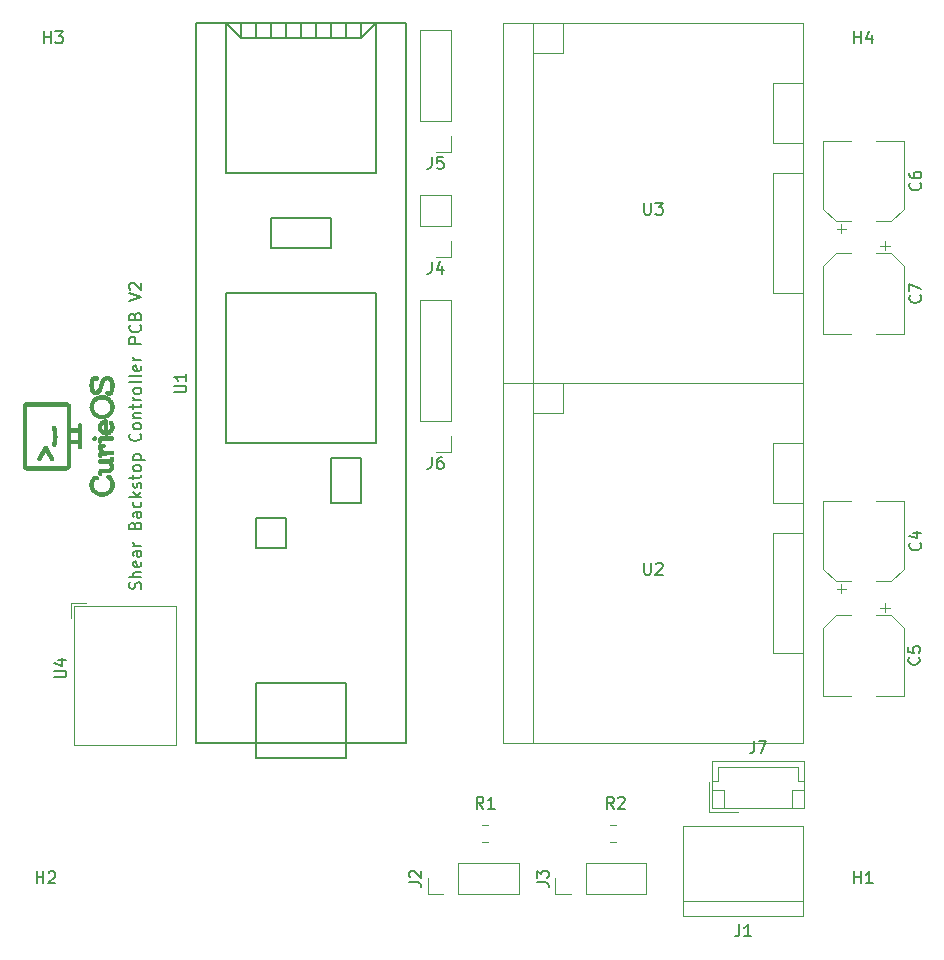
<source format=gto>
G04 #@! TF.GenerationSoftware,KiCad,Pcbnew,5.1.6*
G04 #@! TF.CreationDate,2020-08-31T22:31:01-05:00*
G04 #@! TF.ProjectId,shear_pcb,73686561-725f-4706-9362-2e6b69636164,rev?*
G04 #@! TF.SameCoordinates,Original*
G04 #@! TF.FileFunction,Legend,Top*
G04 #@! TF.FilePolarity,Positive*
%FSLAX46Y46*%
G04 Gerber Fmt 4.6, Leading zero omitted, Abs format (unit mm)*
G04 Created by KiCad (PCBNEW 5.1.6) date 2020-08-31 22:31:01*
%MOMM*%
%LPD*%
G01*
G04 APERTURE LIST*
%ADD10C,0.150000*%
%ADD11C,0.010000*%
%ADD12C,0.120000*%
G04 APERTURE END LIST*
D10*
X131214761Y-94232380D02*
X131262380Y-94089523D01*
X131262380Y-93851428D01*
X131214761Y-93756190D01*
X131167142Y-93708571D01*
X131071904Y-93660952D01*
X130976666Y-93660952D01*
X130881428Y-93708571D01*
X130833809Y-93756190D01*
X130786190Y-93851428D01*
X130738571Y-94041904D01*
X130690952Y-94137142D01*
X130643333Y-94184761D01*
X130548095Y-94232380D01*
X130452857Y-94232380D01*
X130357619Y-94184761D01*
X130310000Y-94137142D01*
X130262380Y-94041904D01*
X130262380Y-93803809D01*
X130310000Y-93660952D01*
X131262380Y-93232380D02*
X130262380Y-93232380D01*
X131262380Y-92803809D02*
X130738571Y-92803809D01*
X130643333Y-92851428D01*
X130595714Y-92946666D01*
X130595714Y-93089523D01*
X130643333Y-93184761D01*
X130690952Y-93232380D01*
X131214761Y-91946666D02*
X131262380Y-92041904D01*
X131262380Y-92232380D01*
X131214761Y-92327619D01*
X131119523Y-92375238D01*
X130738571Y-92375238D01*
X130643333Y-92327619D01*
X130595714Y-92232380D01*
X130595714Y-92041904D01*
X130643333Y-91946666D01*
X130738571Y-91899047D01*
X130833809Y-91899047D01*
X130929047Y-92375238D01*
X131262380Y-91041904D02*
X130738571Y-91041904D01*
X130643333Y-91089523D01*
X130595714Y-91184761D01*
X130595714Y-91375238D01*
X130643333Y-91470476D01*
X131214761Y-91041904D02*
X131262380Y-91137142D01*
X131262380Y-91375238D01*
X131214761Y-91470476D01*
X131119523Y-91518095D01*
X131024285Y-91518095D01*
X130929047Y-91470476D01*
X130881428Y-91375238D01*
X130881428Y-91137142D01*
X130833809Y-91041904D01*
X131262380Y-90565714D02*
X130595714Y-90565714D01*
X130786190Y-90565714D02*
X130690952Y-90518095D01*
X130643333Y-90470476D01*
X130595714Y-90375238D01*
X130595714Y-90280000D01*
X130738571Y-88851428D02*
X130786190Y-88708571D01*
X130833809Y-88660952D01*
X130929047Y-88613333D01*
X131071904Y-88613333D01*
X131167142Y-88660952D01*
X131214761Y-88708571D01*
X131262380Y-88803809D01*
X131262380Y-89184761D01*
X130262380Y-89184761D01*
X130262380Y-88851428D01*
X130310000Y-88756190D01*
X130357619Y-88708571D01*
X130452857Y-88660952D01*
X130548095Y-88660952D01*
X130643333Y-88708571D01*
X130690952Y-88756190D01*
X130738571Y-88851428D01*
X130738571Y-89184761D01*
X131262380Y-87756190D02*
X130738571Y-87756190D01*
X130643333Y-87803809D01*
X130595714Y-87899047D01*
X130595714Y-88089523D01*
X130643333Y-88184761D01*
X131214761Y-87756190D02*
X131262380Y-87851428D01*
X131262380Y-88089523D01*
X131214761Y-88184761D01*
X131119523Y-88232380D01*
X131024285Y-88232380D01*
X130929047Y-88184761D01*
X130881428Y-88089523D01*
X130881428Y-87851428D01*
X130833809Y-87756190D01*
X131214761Y-86851428D02*
X131262380Y-86946666D01*
X131262380Y-87137142D01*
X131214761Y-87232380D01*
X131167142Y-87280000D01*
X131071904Y-87327619D01*
X130786190Y-87327619D01*
X130690952Y-87280000D01*
X130643333Y-87232380D01*
X130595714Y-87137142D01*
X130595714Y-86946666D01*
X130643333Y-86851428D01*
X131262380Y-86422857D02*
X130262380Y-86422857D01*
X130881428Y-86327619D02*
X131262380Y-86041904D01*
X130595714Y-86041904D02*
X130976666Y-86422857D01*
X131214761Y-85660952D02*
X131262380Y-85565714D01*
X131262380Y-85375238D01*
X131214761Y-85280000D01*
X131119523Y-85232380D01*
X131071904Y-85232380D01*
X130976666Y-85280000D01*
X130929047Y-85375238D01*
X130929047Y-85518095D01*
X130881428Y-85613333D01*
X130786190Y-85660952D01*
X130738571Y-85660952D01*
X130643333Y-85613333D01*
X130595714Y-85518095D01*
X130595714Y-85375238D01*
X130643333Y-85280000D01*
X130595714Y-84946666D02*
X130595714Y-84565714D01*
X130262380Y-84803809D02*
X131119523Y-84803809D01*
X131214761Y-84756190D01*
X131262380Y-84660952D01*
X131262380Y-84565714D01*
X131262380Y-84089523D02*
X131214761Y-84184761D01*
X131167142Y-84232380D01*
X131071904Y-84280000D01*
X130786190Y-84280000D01*
X130690952Y-84232380D01*
X130643333Y-84184761D01*
X130595714Y-84089523D01*
X130595714Y-83946666D01*
X130643333Y-83851428D01*
X130690952Y-83803809D01*
X130786190Y-83756190D01*
X131071904Y-83756190D01*
X131167142Y-83803809D01*
X131214761Y-83851428D01*
X131262380Y-83946666D01*
X131262380Y-84089523D01*
X130595714Y-83327619D02*
X131595714Y-83327619D01*
X130643333Y-83327619D02*
X130595714Y-83232380D01*
X130595714Y-83041904D01*
X130643333Y-82946666D01*
X130690952Y-82899047D01*
X130786190Y-82851428D01*
X131071904Y-82851428D01*
X131167142Y-82899047D01*
X131214761Y-82946666D01*
X131262380Y-83041904D01*
X131262380Y-83232380D01*
X131214761Y-83327619D01*
X131167142Y-81089523D02*
X131214761Y-81137142D01*
X131262380Y-81280000D01*
X131262380Y-81375238D01*
X131214761Y-81518095D01*
X131119523Y-81613333D01*
X131024285Y-81660952D01*
X130833809Y-81708571D01*
X130690952Y-81708571D01*
X130500476Y-81660952D01*
X130405238Y-81613333D01*
X130310000Y-81518095D01*
X130262380Y-81375238D01*
X130262380Y-81280000D01*
X130310000Y-81137142D01*
X130357619Y-81089523D01*
X131262380Y-80518095D02*
X131214761Y-80613333D01*
X131167142Y-80660952D01*
X131071904Y-80708571D01*
X130786190Y-80708571D01*
X130690952Y-80660952D01*
X130643333Y-80613333D01*
X130595714Y-80518095D01*
X130595714Y-80375238D01*
X130643333Y-80280000D01*
X130690952Y-80232380D01*
X130786190Y-80184761D01*
X131071904Y-80184761D01*
X131167142Y-80232380D01*
X131214761Y-80280000D01*
X131262380Y-80375238D01*
X131262380Y-80518095D01*
X130595714Y-79756190D02*
X131262380Y-79756190D01*
X130690952Y-79756190D02*
X130643333Y-79708571D01*
X130595714Y-79613333D01*
X130595714Y-79470476D01*
X130643333Y-79375238D01*
X130738571Y-79327619D01*
X131262380Y-79327619D01*
X130595714Y-78994285D02*
X130595714Y-78613333D01*
X130262380Y-78851428D02*
X131119523Y-78851428D01*
X131214761Y-78803809D01*
X131262380Y-78708571D01*
X131262380Y-78613333D01*
X131262380Y-78280000D02*
X130595714Y-78280000D01*
X130786190Y-78280000D02*
X130690952Y-78232380D01*
X130643333Y-78184761D01*
X130595714Y-78089523D01*
X130595714Y-77994285D01*
X131262380Y-77518095D02*
X131214761Y-77613333D01*
X131167142Y-77660952D01*
X131071904Y-77708571D01*
X130786190Y-77708571D01*
X130690952Y-77660952D01*
X130643333Y-77613333D01*
X130595714Y-77518095D01*
X130595714Y-77375238D01*
X130643333Y-77280000D01*
X130690952Y-77232380D01*
X130786190Y-77184761D01*
X131071904Y-77184761D01*
X131167142Y-77232380D01*
X131214761Y-77280000D01*
X131262380Y-77375238D01*
X131262380Y-77518095D01*
X131262380Y-76613333D02*
X131214761Y-76708571D01*
X131119523Y-76756190D01*
X130262380Y-76756190D01*
X131262380Y-76089523D02*
X131214761Y-76184761D01*
X131119523Y-76232380D01*
X130262380Y-76232380D01*
X131214761Y-75327619D02*
X131262380Y-75422857D01*
X131262380Y-75613333D01*
X131214761Y-75708571D01*
X131119523Y-75756190D01*
X130738571Y-75756190D01*
X130643333Y-75708571D01*
X130595714Y-75613333D01*
X130595714Y-75422857D01*
X130643333Y-75327619D01*
X130738571Y-75280000D01*
X130833809Y-75280000D01*
X130929047Y-75756190D01*
X131262380Y-74851428D02*
X130595714Y-74851428D01*
X130786190Y-74851428D02*
X130690952Y-74803809D01*
X130643333Y-74756190D01*
X130595714Y-74660952D01*
X130595714Y-74565714D01*
X131262380Y-73470476D02*
X130262380Y-73470476D01*
X130262380Y-73089523D01*
X130310000Y-72994285D01*
X130357619Y-72946666D01*
X130452857Y-72899047D01*
X130595714Y-72899047D01*
X130690952Y-72946666D01*
X130738571Y-72994285D01*
X130786190Y-73089523D01*
X130786190Y-73470476D01*
X131167142Y-71899047D02*
X131214761Y-71946666D01*
X131262380Y-72089523D01*
X131262380Y-72184761D01*
X131214761Y-72327619D01*
X131119523Y-72422857D01*
X131024285Y-72470476D01*
X130833809Y-72518095D01*
X130690952Y-72518095D01*
X130500476Y-72470476D01*
X130405238Y-72422857D01*
X130310000Y-72327619D01*
X130262380Y-72184761D01*
X130262380Y-72089523D01*
X130310000Y-71946666D01*
X130357619Y-71899047D01*
X130738571Y-71137142D02*
X130786190Y-70994285D01*
X130833809Y-70946666D01*
X130929047Y-70899047D01*
X131071904Y-70899047D01*
X131167142Y-70946666D01*
X131214761Y-70994285D01*
X131262380Y-71089523D01*
X131262380Y-71470476D01*
X130262380Y-71470476D01*
X130262380Y-71137142D01*
X130310000Y-71041904D01*
X130357619Y-70994285D01*
X130452857Y-70946666D01*
X130548095Y-70946666D01*
X130643333Y-70994285D01*
X130690952Y-71041904D01*
X130738571Y-71137142D01*
X130738571Y-71470476D01*
X130262380Y-69851428D02*
X131262380Y-69518095D01*
X130262380Y-69184761D01*
X130357619Y-68899047D02*
X130310000Y-68851428D01*
X130262380Y-68756190D01*
X130262380Y-68518095D01*
X130310000Y-68422857D01*
X130357619Y-68375238D01*
X130452857Y-68327619D01*
X130548095Y-68327619D01*
X130690952Y-68375238D01*
X131262380Y-68946666D01*
X131262380Y-68327619D01*
D11*
G36*
X122477444Y-83146401D02*
G01*
X122478877Y-83141269D01*
X122482188Y-83134339D01*
X122490141Y-83119295D01*
X122502336Y-83096846D01*
X122518373Y-83067698D01*
X122537851Y-83032559D01*
X122560370Y-82992136D01*
X122585530Y-82947136D01*
X122612931Y-82898267D01*
X122642172Y-82846236D01*
X122672853Y-82791750D01*
X122704575Y-82735517D01*
X122736936Y-82678244D01*
X122769537Y-82620638D01*
X122801978Y-82563407D01*
X122833857Y-82507258D01*
X122864776Y-82452897D01*
X122894333Y-82401034D01*
X122922128Y-82352374D01*
X122947762Y-82307625D01*
X122970834Y-82267495D01*
X122990943Y-82232690D01*
X123007690Y-82203919D01*
X123020675Y-82181888D01*
X123029496Y-82167304D01*
X123033273Y-82161494D01*
X123059073Y-82134122D01*
X123090353Y-82115294D01*
X123127043Y-82105043D01*
X123155266Y-82102989D01*
X123183229Y-82106947D01*
X123212559Y-82117685D01*
X123239526Y-82133423D01*
X123260404Y-82152378D01*
X123261526Y-82153760D01*
X123265363Y-82159827D01*
X123273809Y-82174025D01*
X123286460Y-82195649D01*
X123302915Y-82223994D01*
X123322769Y-82258353D01*
X123345620Y-82298020D01*
X123371066Y-82342290D01*
X123398703Y-82390456D01*
X123428129Y-82441812D01*
X123458940Y-82495653D01*
X123490734Y-82551273D01*
X123523109Y-82607965D01*
X123555660Y-82665024D01*
X123587986Y-82721744D01*
X123619683Y-82777418D01*
X123650349Y-82831342D01*
X123679580Y-82882808D01*
X123706974Y-82931111D01*
X123732129Y-82975546D01*
X123754640Y-83015405D01*
X123774106Y-83049983D01*
X123790123Y-83078575D01*
X123802289Y-83100474D01*
X123810201Y-83114974D01*
X123812063Y-83118502D01*
X123821239Y-83144286D01*
X123825643Y-83174622D01*
X123824599Y-83204768D01*
X123824461Y-83205725D01*
X123814200Y-83240893D01*
X123794653Y-83272560D01*
X123780980Y-83287311D01*
X123756187Y-83307226D01*
X123730592Y-83319365D01*
X123700377Y-83325400D01*
X123692370Y-83326101D01*
X123654025Y-83324824D01*
X123620439Y-83314875D01*
X123590532Y-83295895D01*
X123583854Y-83290024D01*
X123580456Y-83286740D01*
X123576904Y-83282923D01*
X123572940Y-83278131D01*
X123568307Y-83271923D01*
X123562748Y-83263859D01*
X123556004Y-83253496D01*
X123547819Y-83240394D01*
X123537936Y-83224112D01*
X123526096Y-83204208D01*
X123512042Y-83180243D01*
X123495518Y-83151774D01*
X123476265Y-83118360D01*
X123454026Y-83079562D01*
X123428543Y-83034937D01*
X123399560Y-82984044D01*
X123366819Y-82926443D01*
X123330062Y-82861693D01*
X123289032Y-82789351D01*
X123243472Y-82708978D01*
X123201600Y-82635090D01*
X123186482Y-82608711D01*
X123172949Y-82585659D01*
X123161823Y-82567291D01*
X123153927Y-82554965D01*
X123150084Y-82550035D01*
X123149967Y-82550000D01*
X123146992Y-82554314D01*
X123139400Y-82566814D01*
X123127570Y-82586841D01*
X123111884Y-82613738D01*
X123092722Y-82646843D01*
X123070462Y-82685498D01*
X123045487Y-82729044D01*
X123018175Y-82776821D01*
X122988907Y-82828170D01*
X122958062Y-82882432D01*
X122944197Y-82906870D01*
X122900950Y-82982944D01*
X122862191Y-83050711D01*
X122827965Y-83110093D01*
X122798322Y-83161010D01*
X122773306Y-83203382D01*
X122752966Y-83237130D01*
X122737347Y-83262174D01*
X122726498Y-83278435D01*
X122721313Y-83285035D01*
X122692894Y-83307791D01*
X122660962Y-83322009D01*
X122627106Y-83327937D01*
X122592915Y-83325824D01*
X122559978Y-83315919D01*
X122529883Y-83298470D01*
X122504219Y-83273725D01*
X122487768Y-83248500D01*
X122479982Y-83226431D01*
X122475422Y-83199107D01*
X122474453Y-83170955D01*
X122477444Y-83146401D01*
G37*
X122477444Y-83146401D02*
X122478877Y-83141269D01*
X122482188Y-83134339D01*
X122490141Y-83119295D01*
X122502336Y-83096846D01*
X122518373Y-83067698D01*
X122537851Y-83032559D01*
X122560370Y-82992136D01*
X122585530Y-82947136D01*
X122612931Y-82898267D01*
X122642172Y-82846236D01*
X122672853Y-82791750D01*
X122704575Y-82735517D01*
X122736936Y-82678244D01*
X122769537Y-82620638D01*
X122801978Y-82563407D01*
X122833857Y-82507258D01*
X122864776Y-82452897D01*
X122894333Y-82401034D01*
X122922128Y-82352374D01*
X122947762Y-82307625D01*
X122970834Y-82267495D01*
X122990943Y-82232690D01*
X123007690Y-82203919D01*
X123020675Y-82181888D01*
X123029496Y-82167304D01*
X123033273Y-82161494D01*
X123059073Y-82134122D01*
X123090353Y-82115294D01*
X123127043Y-82105043D01*
X123155266Y-82102989D01*
X123183229Y-82106947D01*
X123212559Y-82117685D01*
X123239526Y-82133423D01*
X123260404Y-82152378D01*
X123261526Y-82153760D01*
X123265363Y-82159827D01*
X123273809Y-82174025D01*
X123286460Y-82195649D01*
X123302915Y-82223994D01*
X123322769Y-82258353D01*
X123345620Y-82298020D01*
X123371066Y-82342290D01*
X123398703Y-82390456D01*
X123428129Y-82441812D01*
X123458940Y-82495653D01*
X123490734Y-82551273D01*
X123523109Y-82607965D01*
X123555660Y-82665024D01*
X123587986Y-82721744D01*
X123619683Y-82777418D01*
X123650349Y-82831342D01*
X123679580Y-82882808D01*
X123706974Y-82931111D01*
X123732129Y-82975546D01*
X123754640Y-83015405D01*
X123774106Y-83049983D01*
X123790123Y-83078575D01*
X123802289Y-83100474D01*
X123810201Y-83114974D01*
X123812063Y-83118502D01*
X123821239Y-83144286D01*
X123825643Y-83174622D01*
X123824599Y-83204768D01*
X123824461Y-83205725D01*
X123814200Y-83240893D01*
X123794653Y-83272560D01*
X123780980Y-83287311D01*
X123756187Y-83307226D01*
X123730592Y-83319365D01*
X123700377Y-83325400D01*
X123692370Y-83326101D01*
X123654025Y-83324824D01*
X123620439Y-83314875D01*
X123590532Y-83295895D01*
X123583854Y-83290024D01*
X123580456Y-83286740D01*
X123576904Y-83282923D01*
X123572940Y-83278131D01*
X123568307Y-83271923D01*
X123562748Y-83263859D01*
X123556004Y-83253496D01*
X123547819Y-83240394D01*
X123537936Y-83224112D01*
X123526096Y-83204208D01*
X123512042Y-83180243D01*
X123495518Y-83151774D01*
X123476265Y-83118360D01*
X123454026Y-83079562D01*
X123428543Y-83034937D01*
X123399560Y-82984044D01*
X123366819Y-82926443D01*
X123330062Y-82861693D01*
X123289032Y-82789351D01*
X123243472Y-82708978D01*
X123201600Y-82635090D01*
X123186482Y-82608711D01*
X123172949Y-82585659D01*
X123161823Y-82567291D01*
X123153927Y-82554965D01*
X123150084Y-82550035D01*
X123149967Y-82550000D01*
X123146992Y-82554314D01*
X123139400Y-82566814D01*
X123127570Y-82586841D01*
X123111884Y-82613738D01*
X123092722Y-82646843D01*
X123070462Y-82685498D01*
X123045487Y-82729044D01*
X123018175Y-82776821D01*
X122988907Y-82828170D01*
X122958062Y-82882432D01*
X122944197Y-82906870D01*
X122900950Y-82982944D01*
X122862191Y-83050711D01*
X122827965Y-83110093D01*
X122798322Y-83161010D01*
X122773306Y-83203382D01*
X122752966Y-83237130D01*
X122737347Y-83262174D01*
X122726498Y-83278435D01*
X122721313Y-83285035D01*
X122692894Y-83307791D01*
X122660962Y-83322009D01*
X122627106Y-83327937D01*
X122592915Y-83325824D01*
X122559978Y-83315919D01*
X122529883Y-83298470D01*
X122504219Y-83273725D01*
X122487768Y-83248500D01*
X122479982Y-83226431D01*
X122475422Y-83199107D01*
X122474453Y-83170955D01*
X122477444Y-83146401D01*
G36*
X123723118Y-80525867D02*
G01*
X123736625Y-80494109D01*
X123757503Y-80466436D01*
X123784420Y-80444120D01*
X123816039Y-80428435D01*
X123851027Y-80420651D01*
X123865640Y-80420035D01*
X123904530Y-80424726D01*
X123937931Y-80437949D01*
X123965754Y-80459630D01*
X123987912Y-80489695D01*
X124004318Y-80528071D01*
X124007533Y-80539038D01*
X124015776Y-80572526D01*
X124024804Y-80614354D01*
X124034320Y-80662758D01*
X124044026Y-80715977D01*
X124053623Y-80772246D01*
X124062814Y-80829805D01*
X124071300Y-80886890D01*
X124078785Y-80941738D01*
X124084969Y-80992587D01*
X124086407Y-81005680D01*
X124094786Y-81094605D01*
X124100067Y-81177233D01*
X124102356Y-81256913D01*
X124101755Y-81336992D01*
X124098966Y-81409540D01*
X124090644Y-81524452D01*
X124077338Y-81644820D01*
X124059489Y-81767510D01*
X124037535Y-81889385D01*
X124019817Y-81973175D01*
X124010884Y-82009792D01*
X124002119Y-82038245D01*
X123992627Y-82060475D01*
X123981508Y-82078421D01*
X123967867Y-82094024D01*
X123960891Y-82100596D01*
X123930609Y-82121739D01*
X123898053Y-82133939D01*
X123864590Y-82137740D01*
X123831585Y-82133685D01*
X123800405Y-82122318D01*
X123772416Y-82104181D01*
X123748984Y-82079819D01*
X123731475Y-82049773D01*
X123721255Y-82014589D01*
X123719973Y-82004789D01*
X123719934Y-81983048D01*
X123723676Y-81954565D01*
X123730283Y-81922620D01*
X123753239Y-81814267D01*
X123772457Y-81704515D01*
X123787764Y-81595048D01*
X123798991Y-81487546D01*
X123805966Y-81383693D01*
X123808518Y-81285171D01*
X123806477Y-81193662D01*
X123805728Y-81180047D01*
X123797656Y-81073514D01*
X123786061Y-80967199D01*
X123770593Y-80858507D01*
X123750903Y-80744844D01*
X123738330Y-80680184D01*
X123732114Y-80648284D01*
X123726684Y-80618492D01*
X123722362Y-80592730D01*
X123719469Y-80572919D01*
X123718326Y-80560979D01*
X123718320Y-80560439D01*
X123723118Y-80525867D01*
G37*
X123723118Y-80525867D02*
X123736625Y-80494109D01*
X123757503Y-80466436D01*
X123784420Y-80444120D01*
X123816039Y-80428435D01*
X123851027Y-80420651D01*
X123865640Y-80420035D01*
X123904530Y-80424726D01*
X123937931Y-80437949D01*
X123965754Y-80459630D01*
X123987912Y-80489695D01*
X124004318Y-80528071D01*
X124007533Y-80539038D01*
X124015776Y-80572526D01*
X124024804Y-80614354D01*
X124034320Y-80662758D01*
X124044026Y-80715977D01*
X124053623Y-80772246D01*
X124062814Y-80829805D01*
X124071300Y-80886890D01*
X124078785Y-80941738D01*
X124084969Y-80992587D01*
X124086407Y-81005680D01*
X124094786Y-81094605D01*
X124100067Y-81177233D01*
X124102356Y-81256913D01*
X124101755Y-81336992D01*
X124098966Y-81409540D01*
X124090644Y-81524452D01*
X124077338Y-81644820D01*
X124059489Y-81767510D01*
X124037535Y-81889385D01*
X124019817Y-81973175D01*
X124010884Y-82009792D01*
X124002119Y-82038245D01*
X123992627Y-82060475D01*
X123981508Y-82078421D01*
X123967867Y-82094024D01*
X123960891Y-82100596D01*
X123930609Y-82121739D01*
X123898053Y-82133939D01*
X123864590Y-82137740D01*
X123831585Y-82133685D01*
X123800405Y-82122318D01*
X123772416Y-82104181D01*
X123748984Y-82079819D01*
X123731475Y-82049773D01*
X123721255Y-82014589D01*
X123719973Y-82004789D01*
X123719934Y-81983048D01*
X123723676Y-81954565D01*
X123730283Y-81922620D01*
X123753239Y-81814267D01*
X123772457Y-81704515D01*
X123787764Y-81595048D01*
X123798991Y-81487546D01*
X123805966Y-81383693D01*
X123808518Y-81285171D01*
X123806477Y-81193662D01*
X123805728Y-81180047D01*
X123797656Y-81073514D01*
X123786061Y-80967199D01*
X123770593Y-80858507D01*
X123750903Y-80744844D01*
X123738330Y-80680184D01*
X123732114Y-80648284D01*
X123726684Y-80618492D01*
X123722362Y-80592730D01*
X123719469Y-80572919D01*
X123718326Y-80560979D01*
X123718320Y-80560439D01*
X123723118Y-80525867D01*
G36*
X121242253Y-78663202D02*
G01*
X121267205Y-78607762D01*
X121299893Y-78558827D01*
X121339977Y-78516730D01*
X121387121Y-78481807D01*
X121440988Y-78454392D01*
X121460308Y-78447005D01*
X121500900Y-78432660D01*
X124970540Y-78432660D01*
X125009129Y-78446333D01*
X125065050Y-78471081D01*
X125114422Y-78503218D01*
X125156768Y-78542333D01*
X125191613Y-78588014D01*
X125209133Y-78619235D01*
X125213650Y-78628130D01*
X125217797Y-78636039D01*
X125221589Y-78643406D01*
X125225042Y-78650676D01*
X125228173Y-78658293D01*
X125230996Y-78666702D01*
X125233528Y-78676348D01*
X125235785Y-78687677D01*
X125237782Y-78701132D01*
X125239535Y-78717158D01*
X125241060Y-78736201D01*
X125242373Y-78758704D01*
X125243489Y-78785114D01*
X125244424Y-78815874D01*
X125245195Y-78851429D01*
X125245817Y-78892224D01*
X125246305Y-78938705D01*
X125246676Y-78991315D01*
X125246945Y-79050499D01*
X125247129Y-79116703D01*
X125247242Y-79190371D01*
X125247301Y-79271947D01*
X125247321Y-79361877D01*
X125247319Y-79460606D01*
X125247311Y-79568578D01*
X125247311Y-79693770D01*
X125247400Y-80650080D01*
X125887480Y-80650080D01*
X125887488Y-80332580D01*
X125902047Y-80301806D01*
X125922753Y-80268672D01*
X125949382Y-80243675D01*
X125981329Y-80227165D01*
X126017991Y-80219489D01*
X126044369Y-80219425D01*
X126082180Y-80226858D01*
X126115229Y-80243137D01*
X126142931Y-80267846D01*
X126164702Y-80300572D01*
X126167899Y-80307180D01*
X126179580Y-80332580D01*
X126180333Y-81267300D01*
X126180388Y-81364298D01*
X126180398Y-81458741D01*
X126180363Y-81550111D01*
X126180286Y-81637894D01*
X126180169Y-81721571D01*
X126180013Y-81800628D01*
X126179820Y-81874546D01*
X126179592Y-81942809D01*
X126179332Y-82004901D01*
X126179041Y-82060305D01*
X126178720Y-82108505D01*
X126178372Y-82148983D01*
X126177999Y-82181224D01*
X126177602Y-82204711D01*
X126177183Y-82218927D01*
X126176869Y-82223134D01*
X126164741Y-82259018D01*
X126143538Y-82290399D01*
X126128710Y-82305160D01*
X126097430Y-82326384D01*
X126063159Y-82338485D01*
X126027364Y-82341471D01*
X125991514Y-82335349D01*
X125957075Y-82320127D01*
X125934764Y-82304205D01*
X125923857Y-82292272D01*
X125911864Y-82275070D01*
X125903014Y-82259426D01*
X125887480Y-82228338D01*
X125887480Y-81909920D01*
X125247400Y-81909920D01*
X125247400Y-81620360D01*
X125887480Y-81620360D01*
X125887480Y-80939640D01*
X125247400Y-80939640D01*
X125247400Y-81620360D01*
X125247400Y-81909920D01*
X125247311Y-82866230D01*
X125247308Y-82984504D01*
X125247313Y-83093060D01*
X125247309Y-83192343D01*
X125247284Y-83282794D01*
X125247222Y-83364858D01*
X125247109Y-83438978D01*
X125246930Y-83505596D01*
X125246671Y-83565156D01*
X125246317Y-83618100D01*
X125245853Y-83664872D01*
X125245265Y-83705915D01*
X125244538Y-83741671D01*
X125243658Y-83772585D01*
X125242610Y-83799099D01*
X125241379Y-83821656D01*
X125239952Y-83840699D01*
X125238312Y-83856671D01*
X125236447Y-83870016D01*
X125234340Y-83881176D01*
X125231978Y-83890595D01*
X125229346Y-83898715D01*
X125226430Y-83905980D01*
X125223214Y-83912833D01*
X125219684Y-83919716D01*
X125215826Y-83927074D01*
X125212144Y-83934300D01*
X125180854Y-83987129D01*
X125143533Y-84031787D01*
X125100111Y-84068331D01*
X125050522Y-84096816D01*
X124994698Y-84117297D01*
X124984803Y-84119931D01*
X124981069Y-84120846D01*
X124977112Y-84121702D01*
X124972607Y-84122503D01*
X124967229Y-84123249D01*
X124960651Y-84123943D01*
X124952548Y-84124585D01*
X124942594Y-84125178D01*
X124930463Y-84125723D01*
X124915830Y-84126221D01*
X124898369Y-84126675D01*
X124877754Y-84127085D01*
X124853659Y-84127454D01*
X124825758Y-84127783D01*
X124793727Y-84128074D01*
X124757238Y-84128328D01*
X124715967Y-84128547D01*
X124669588Y-84128733D01*
X124617774Y-84128886D01*
X124560200Y-84129010D01*
X124496541Y-84129104D01*
X124426470Y-84129172D01*
X124349662Y-84129214D01*
X124265791Y-84129233D01*
X124174531Y-84129229D01*
X124075557Y-84129204D01*
X123968543Y-84129161D01*
X123853163Y-84129100D01*
X123729091Y-84129024D01*
X123596002Y-84128933D01*
X123453570Y-84128830D01*
X123301468Y-84128716D01*
X123220465Y-84128654D01*
X121544983Y-84127378D01*
X121544983Y-83835240D01*
X124923061Y-83835240D01*
X124937910Y-83820391D01*
X124952760Y-83805542D01*
X124952760Y-78754459D01*
X124938345Y-78740045D01*
X124917984Y-78726709D01*
X124901515Y-78722445D01*
X124894738Y-78722202D01*
X124878184Y-78721972D01*
X124852234Y-78721757D01*
X124817271Y-78721556D01*
X124773678Y-78721370D01*
X124721837Y-78721199D01*
X124662131Y-78721044D01*
X124594941Y-78720905D01*
X124520650Y-78720783D01*
X124439641Y-78720677D01*
X124352296Y-78720589D01*
X124258997Y-78720518D01*
X124160127Y-78720465D01*
X124056068Y-78720431D01*
X123947203Y-78720416D01*
X123833914Y-78720420D01*
X123716583Y-78720443D01*
X123595593Y-78720486D01*
X123471326Y-78720550D01*
X123344164Y-78720634D01*
X123214491Y-78720740D01*
X123213713Y-78720740D01*
X121548326Y-78722220D01*
X121533503Y-78738811D01*
X121518680Y-78755401D01*
X121518680Y-83803981D01*
X121531831Y-83819611D01*
X121544983Y-83835240D01*
X121544983Y-84127378D01*
X121495820Y-84127340D01*
X121455925Y-84112735D01*
X121401436Y-84087551D01*
X121352862Y-84054293D01*
X121310726Y-84013498D01*
X121275554Y-83965705D01*
X121247871Y-83911452D01*
X121240252Y-83891610D01*
X121226580Y-83853020D01*
X121226580Y-78706980D01*
X121242253Y-78663202D01*
G37*
X121242253Y-78663202D02*
X121267205Y-78607762D01*
X121299893Y-78558827D01*
X121339977Y-78516730D01*
X121387121Y-78481807D01*
X121440988Y-78454392D01*
X121460308Y-78447005D01*
X121500900Y-78432660D01*
X124970540Y-78432660D01*
X125009129Y-78446333D01*
X125065050Y-78471081D01*
X125114422Y-78503218D01*
X125156768Y-78542333D01*
X125191613Y-78588014D01*
X125209133Y-78619235D01*
X125213650Y-78628130D01*
X125217797Y-78636039D01*
X125221589Y-78643406D01*
X125225042Y-78650676D01*
X125228173Y-78658293D01*
X125230996Y-78666702D01*
X125233528Y-78676348D01*
X125235785Y-78687677D01*
X125237782Y-78701132D01*
X125239535Y-78717158D01*
X125241060Y-78736201D01*
X125242373Y-78758704D01*
X125243489Y-78785114D01*
X125244424Y-78815874D01*
X125245195Y-78851429D01*
X125245817Y-78892224D01*
X125246305Y-78938705D01*
X125246676Y-78991315D01*
X125246945Y-79050499D01*
X125247129Y-79116703D01*
X125247242Y-79190371D01*
X125247301Y-79271947D01*
X125247321Y-79361877D01*
X125247319Y-79460606D01*
X125247311Y-79568578D01*
X125247311Y-79693770D01*
X125247400Y-80650080D01*
X125887480Y-80650080D01*
X125887488Y-80332580D01*
X125902047Y-80301806D01*
X125922753Y-80268672D01*
X125949382Y-80243675D01*
X125981329Y-80227165D01*
X126017991Y-80219489D01*
X126044369Y-80219425D01*
X126082180Y-80226858D01*
X126115229Y-80243137D01*
X126142931Y-80267846D01*
X126164702Y-80300572D01*
X126167899Y-80307180D01*
X126179580Y-80332580D01*
X126180333Y-81267300D01*
X126180388Y-81364298D01*
X126180398Y-81458741D01*
X126180363Y-81550111D01*
X126180286Y-81637894D01*
X126180169Y-81721571D01*
X126180013Y-81800628D01*
X126179820Y-81874546D01*
X126179592Y-81942809D01*
X126179332Y-82004901D01*
X126179041Y-82060305D01*
X126178720Y-82108505D01*
X126178372Y-82148983D01*
X126177999Y-82181224D01*
X126177602Y-82204711D01*
X126177183Y-82218927D01*
X126176869Y-82223134D01*
X126164741Y-82259018D01*
X126143538Y-82290399D01*
X126128710Y-82305160D01*
X126097430Y-82326384D01*
X126063159Y-82338485D01*
X126027364Y-82341471D01*
X125991514Y-82335349D01*
X125957075Y-82320127D01*
X125934764Y-82304205D01*
X125923857Y-82292272D01*
X125911864Y-82275070D01*
X125903014Y-82259426D01*
X125887480Y-82228338D01*
X125887480Y-81909920D01*
X125247400Y-81909920D01*
X125247400Y-81620360D01*
X125887480Y-81620360D01*
X125887480Y-80939640D01*
X125247400Y-80939640D01*
X125247400Y-81620360D01*
X125247400Y-81909920D01*
X125247311Y-82866230D01*
X125247308Y-82984504D01*
X125247313Y-83093060D01*
X125247309Y-83192343D01*
X125247284Y-83282794D01*
X125247222Y-83364858D01*
X125247109Y-83438978D01*
X125246930Y-83505596D01*
X125246671Y-83565156D01*
X125246317Y-83618100D01*
X125245853Y-83664872D01*
X125245265Y-83705915D01*
X125244538Y-83741671D01*
X125243658Y-83772585D01*
X125242610Y-83799099D01*
X125241379Y-83821656D01*
X125239952Y-83840699D01*
X125238312Y-83856671D01*
X125236447Y-83870016D01*
X125234340Y-83881176D01*
X125231978Y-83890595D01*
X125229346Y-83898715D01*
X125226430Y-83905980D01*
X125223214Y-83912833D01*
X125219684Y-83919716D01*
X125215826Y-83927074D01*
X125212144Y-83934300D01*
X125180854Y-83987129D01*
X125143533Y-84031787D01*
X125100111Y-84068331D01*
X125050522Y-84096816D01*
X124994698Y-84117297D01*
X124984803Y-84119931D01*
X124981069Y-84120846D01*
X124977112Y-84121702D01*
X124972607Y-84122503D01*
X124967229Y-84123249D01*
X124960651Y-84123943D01*
X124952548Y-84124585D01*
X124942594Y-84125178D01*
X124930463Y-84125723D01*
X124915830Y-84126221D01*
X124898369Y-84126675D01*
X124877754Y-84127085D01*
X124853659Y-84127454D01*
X124825758Y-84127783D01*
X124793727Y-84128074D01*
X124757238Y-84128328D01*
X124715967Y-84128547D01*
X124669588Y-84128733D01*
X124617774Y-84128886D01*
X124560200Y-84129010D01*
X124496541Y-84129104D01*
X124426470Y-84129172D01*
X124349662Y-84129214D01*
X124265791Y-84129233D01*
X124174531Y-84129229D01*
X124075557Y-84129204D01*
X123968543Y-84129161D01*
X123853163Y-84129100D01*
X123729091Y-84129024D01*
X123596002Y-84128933D01*
X123453570Y-84128830D01*
X123301468Y-84128716D01*
X123220465Y-84128654D01*
X121544983Y-84127378D01*
X121544983Y-83835240D01*
X124923061Y-83835240D01*
X124937910Y-83820391D01*
X124952760Y-83805542D01*
X124952760Y-78754459D01*
X124938345Y-78740045D01*
X124917984Y-78726709D01*
X124901515Y-78722445D01*
X124894738Y-78722202D01*
X124878184Y-78721972D01*
X124852234Y-78721757D01*
X124817271Y-78721556D01*
X124773678Y-78721370D01*
X124721837Y-78721199D01*
X124662131Y-78721044D01*
X124594941Y-78720905D01*
X124520650Y-78720783D01*
X124439641Y-78720677D01*
X124352296Y-78720589D01*
X124258997Y-78720518D01*
X124160127Y-78720465D01*
X124056068Y-78720431D01*
X123947203Y-78720416D01*
X123833914Y-78720420D01*
X123716583Y-78720443D01*
X123595593Y-78720486D01*
X123471326Y-78720550D01*
X123344164Y-78720634D01*
X123214491Y-78720740D01*
X123213713Y-78720740D01*
X121548326Y-78722220D01*
X121533503Y-78738811D01*
X121518680Y-78755401D01*
X121518680Y-83803981D01*
X121531831Y-83819611D01*
X121544983Y-83835240D01*
X121544983Y-84127378D01*
X121495820Y-84127340D01*
X121455925Y-84112735D01*
X121401436Y-84087551D01*
X121352862Y-84054293D01*
X121310726Y-84013498D01*
X121275554Y-83965705D01*
X121247871Y-83911452D01*
X121240252Y-83891610D01*
X121226580Y-83853020D01*
X121226580Y-78706980D01*
X121242253Y-78663202D01*
G36*
X127143725Y-81430338D02*
G01*
X127144168Y-81428994D01*
X127160061Y-81396768D01*
X127183753Y-81369024D01*
X127213390Y-81347081D01*
X127247118Y-81332258D01*
X127283081Y-81325872D01*
X127289466Y-81325720D01*
X127326618Y-81328893D01*
X127358303Y-81339096D01*
X127387257Y-81357364D01*
X127398290Y-81366797D01*
X127423622Y-81396172D01*
X127441017Y-81429831D01*
X127449987Y-81465961D01*
X127450041Y-81502751D01*
X127443027Y-81532312D01*
X127425303Y-81568057D01*
X127400810Y-81597257D01*
X127370934Y-81619343D01*
X127337061Y-81633746D01*
X127300576Y-81639899D01*
X127262864Y-81637232D01*
X127225311Y-81625178D01*
X127221300Y-81623280D01*
X127189922Y-81602563D01*
X127165089Y-81575166D01*
X127147426Y-81542666D01*
X127137559Y-81506643D01*
X127136117Y-81468674D01*
X127143725Y-81430338D01*
G37*
X127143725Y-81430338D02*
X127144168Y-81428994D01*
X127160061Y-81396768D01*
X127183753Y-81369024D01*
X127213390Y-81347081D01*
X127247118Y-81332258D01*
X127283081Y-81325872D01*
X127289466Y-81325720D01*
X127326618Y-81328893D01*
X127358303Y-81339096D01*
X127387257Y-81357364D01*
X127398290Y-81366797D01*
X127423622Y-81396172D01*
X127441017Y-81429831D01*
X127449987Y-81465961D01*
X127450041Y-81502751D01*
X127443027Y-81532312D01*
X127425303Y-81568057D01*
X127400810Y-81597257D01*
X127370934Y-81619343D01*
X127337061Y-81633746D01*
X127300576Y-81639899D01*
X127262864Y-81637232D01*
X127225311Y-81625178D01*
X127221300Y-81623280D01*
X127189922Y-81602563D01*
X127165089Y-81575166D01*
X127147426Y-81542666D01*
X127137559Y-81506643D01*
X127136117Y-81468674D01*
X127143725Y-81430338D01*
G36*
X127605243Y-81611445D02*
G01*
X127607353Y-81576730D01*
X127608908Y-81561940D01*
X127619623Y-81512912D01*
X127638860Y-81467253D01*
X127665626Y-81426079D01*
X127698925Y-81390505D01*
X127737761Y-81361646D01*
X127781139Y-81340617D01*
X127815220Y-81330825D01*
X127823871Y-81329750D01*
X127838983Y-81328823D01*
X127860929Y-81328043D01*
X127890085Y-81327405D01*
X127926824Y-81326907D01*
X127971520Y-81326546D01*
X128024546Y-81326318D01*
X128086278Y-81326220D01*
X128157088Y-81326250D01*
X128237351Y-81326404D01*
X128316934Y-81326642D01*
X128790700Y-81328260D01*
X128816100Y-81339941D01*
X128849759Y-81360404D01*
X128876036Y-81386944D01*
X128894215Y-81418482D01*
X128903577Y-81453942D01*
X128904727Y-81473040D01*
X128903546Y-81493935D01*
X128900672Y-81513802D01*
X128897752Y-81525121D01*
X128882195Y-81555038D01*
X128859167Y-81581588D01*
X128831120Y-81602465D01*
X128802200Y-81614905D01*
X128795568Y-81616048D01*
X128784074Y-81617032D01*
X128767213Y-81617863D01*
X128744477Y-81618545D01*
X128715358Y-81619084D01*
X128679351Y-81619484D01*
X128635949Y-81619750D01*
X128584644Y-81619888D01*
X128524929Y-81619902D01*
X128456298Y-81619797D01*
X128378244Y-81619579D01*
X128339675Y-81619444D01*
X127899157Y-81617820D01*
X127899158Y-81672240D01*
X127897635Y-81710796D01*
X127892603Y-81741741D01*
X127883373Y-81767229D01*
X127869255Y-81789409D01*
X127857266Y-81802934D01*
X127831506Y-81824993D01*
X127804500Y-81838699D01*
X127773387Y-81845228D01*
X127751840Y-81846187D01*
X127728906Y-81845419D01*
X127711686Y-81842527D01*
X127695805Y-81836587D01*
X127687882Y-81832649D01*
X127656399Y-81810609D01*
X127631103Y-81781230D01*
X127618185Y-81757779D01*
X127612821Y-81739668D01*
X127608737Y-81713722D01*
X127606042Y-81682198D01*
X127604841Y-81647354D01*
X127605243Y-81611445D01*
G37*
X127605243Y-81611445D02*
X127607353Y-81576730D01*
X127608908Y-81561940D01*
X127619623Y-81512912D01*
X127638860Y-81467253D01*
X127665626Y-81426079D01*
X127698925Y-81390505D01*
X127737761Y-81361646D01*
X127781139Y-81340617D01*
X127815220Y-81330825D01*
X127823871Y-81329750D01*
X127838983Y-81328823D01*
X127860929Y-81328043D01*
X127890085Y-81327405D01*
X127926824Y-81326907D01*
X127971520Y-81326546D01*
X128024546Y-81326318D01*
X128086278Y-81326220D01*
X128157088Y-81326250D01*
X128237351Y-81326404D01*
X128316934Y-81326642D01*
X128790700Y-81328260D01*
X128816100Y-81339941D01*
X128849759Y-81360404D01*
X128876036Y-81386944D01*
X128894215Y-81418482D01*
X128903577Y-81453942D01*
X128904727Y-81473040D01*
X128903546Y-81493935D01*
X128900672Y-81513802D01*
X128897752Y-81525121D01*
X128882195Y-81555038D01*
X128859167Y-81581588D01*
X128831120Y-81602465D01*
X128802200Y-81614905D01*
X128795568Y-81616048D01*
X128784074Y-81617032D01*
X128767213Y-81617863D01*
X128744477Y-81618545D01*
X128715358Y-81619084D01*
X128679351Y-81619484D01*
X128635949Y-81619750D01*
X128584644Y-81619888D01*
X128524929Y-81619902D01*
X128456298Y-81619797D01*
X128378244Y-81619579D01*
X128339675Y-81619444D01*
X127899157Y-81617820D01*
X127899158Y-81672240D01*
X127897635Y-81710796D01*
X127892603Y-81741741D01*
X127883373Y-81767229D01*
X127869255Y-81789409D01*
X127857266Y-81802934D01*
X127831506Y-81824993D01*
X127804500Y-81838699D01*
X127773387Y-81845228D01*
X127751840Y-81846187D01*
X127728906Y-81845419D01*
X127711686Y-81842527D01*
X127695805Y-81836587D01*
X127687882Y-81832649D01*
X127656399Y-81810609D01*
X127631103Y-81781230D01*
X127618185Y-81757779D01*
X127612821Y-81739668D01*
X127608737Y-81713722D01*
X127606042Y-81682198D01*
X127604841Y-81647354D01*
X127605243Y-81611445D01*
G36*
X127599526Y-82183839D02*
G01*
X127615539Y-82133915D01*
X127640797Y-82086968D01*
X127675319Y-82042756D01*
X127688267Y-82029204D01*
X127714680Y-82004465D01*
X127738750Y-81985955D01*
X127763580Y-81971324D01*
X127767080Y-81969558D01*
X127790125Y-81958665D01*
X127811074Y-81950323D01*
X127831853Y-81944201D01*
X127854392Y-81939973D01*
X127880618Y-81937307D01*
X127912460Y-81935876D01*
X127951848Y-81935351D01*
X127967809Y-81935320D01*
X128002591Y-81935366D01*
X128028875Y-81935614D01*
X128048320Y-81936237D01*
X128062589Y-81937402D01*
X128073343Y-81939280D01*
X128082243Y-81942041D01*
X128090949Y-81945855D01*
X128096225Y-81948447D01*
X128127753Y-81969275D01*
X128151950Y-81995757D01*
X128168560Y-82026379D01*
X128177325Y-82059624D01*
X128177991Y-82093977D01*
X128170300Y-82127920D01*
X128153998Y-82159939D01*
X128135711Y-82182032D01*
X128119280Y-82197111D01*
X128103152Y-82208263D01*
X128085391Y-82216049D01*
X128064060Y-82221029D01*
X128037223Y-82223762D01*
X128002943Y-82224809D01*
X127987485Y-82224880D01*
X127953010Y-82225237D01*
X127927351Y-82226478D01*
X127909185Y-82228860D01*
X127897189Y-82232641D01*
X127890039Y-82238076D01*
X127886702Y-82244437D01*
X127885947Y-82259429D01*
X127890258Y-82281090D01*
X127898943Y-82307722D01*
X127911306Y-82337623D01*
X127926653Y-82369096D01*
X127944291Y-82400439D01*
X127961006Y-82426350D01*
X127975776Y-82445922D01*
X127995309Y-82469312D01*
X128016931Y-82493418D01*
X128035624Y-82512824D01*
X128083189Y-82560160D01*
X128434770Y-82560160D01*
X128505784Y-82560158D01*
X128567383Y-82560192D01*
X128620313Y-82560321D01*
X128665319Y-82560605D01*
X128703145Y-82561106D01*
X128734537Y-82561881D01*
X128760240Y-82562993D01*
X128780999Y-82564500D01*
X128797560Y-82566462D01*
X128810667Y-82568940D01*
X128821066Y-82571994D01*
X128829502Y-82575683D01*
X128836719Y-82580067D01*
X128843464Y-82585208D01*
X128850481Y-82591163D01*
X128853643Y-82593883D01*
X128877368Y-82618135D01*
X128892838Y-82644252D01*
X128901299Y-82674857D01*
X128903675Y-82699393D01*
X128904205Y-82721854D01*
X128902977Y-82738009D01*
X128899393Y-82751644D01*
X128893169Y-82765900D01*
X128872447Y-82797446D01*
X128844291Y-82823823D01*
X128816100Y-82840580D01*
X128790700Y-82852260D01*
X127899160Y-82855118D01*
X127899160Y-82895409D01*
X127895932Y-82935986D01*
X127885885Y-82970086D01*
X127868476Y-82999225D01*
X127857266Y-83011974D01*
X127831506Y-83034033D01*
X127804500Y-83047739D01*
X127773387Y-83054268D01*
X127751840Y-83055227D01*
X127713737Y-83051072D01*
X127680944Y-83038437D01*
X127652709Y-83016997D01*
X127645239Y-83009055D01*
X127630794Y-82991084D01*
X127620442Y-82973722D01*
X127613543Y-82954721D01*
X127609457Y-82931829D01*
X127607546Y-82902797D01*
X127607152Y-82875120D01*
X127608822Y-82824134D01*
X127614449Y-82780839D01*
X127624740Y-82743305D01*
X127640400Y-82709598D01*
X127662133Y-82677787D01*
X127690645Y-82645938D01*
X127690826Y-82645755D01*
X127729280Y-82606889D01*
X127709605Y-82579715D01*
X127699966Y-82564862D01*
X127687516Y-82543454D01*
X127673734Y-82518142D01*
X127660101Y-82491580D01*
X127657595Y-82486500D01*
X127627618Y-82418095D01*
X127606806Y-82353867D01*
X127595176Y-82293574D01*
X127592744Y-82236978D01*
X127599526Y-82183839D01*
G37*
X127599526Y-82183839D02*
X127615539Y-82133915D01*
X127640797Y-82086968D01*
X127675319Y-82042756D01*
X127688267Y-82029204D01*
X127714680Y-82004465D01*
X127738750Y-81985955D01*
X127763580Y-81971324D01*
X127767080Y-81969558D01*
X127790125Y-81958665D01*
X127811074Y-81950323D01*
X127831853Y-81944201D01*
X127854392Y-81939973D01*
X127880618Y-81937307D01*
X127912460Y-81935876D01*
X127951848Y-81935351D01*
X127967809Y-81935320D01*
X128002591Y-81935366D01*
X128028875Y-81935614D01*
X128048320Y-81936237D01*
X128062589Y-81937402D01*
X128073343Y-81939280D01*
X128082243Y-81942041D01*
X128090949Y-81945855D01*
X128096225Y-81948447D01*
X128127753Y-81969275D01*
X128151950Y-81995757D01*
X128168560Y-82026379D01*
X128177325Y-82059624D01*
X128177991Y-82093977D01*
X128170300Y-82127920D01*
X128153998Y-82159939D01*
X128135711Y-82182032D01*
X128119280Y-82197111D01*
X128103152Y-82208263D01*
X128085391Y-82216049D01*
X128064060Y-82221029D01*
X128037223Y-82223762D01*
X128002943Y-82224809D01*
X127987485Y-82224880D01*
X127953010Y-82225237D01*
X127927351Y-82226478D01*
X127909185Y-82228860D01*
X127897189Y-82232641D01*
X127890039Y-82238076D01*
X127886702Y-82244437D01*
X127885947Y-82259429D01*
X127890258Y-82281090D01*
X127898943Y-82307722D01*
X127911306Y-82337623D01*
X127926653Y-82369096D01*
X127944291Y-82400439D01*
X127961006Y-82426350D01*
X127975776Y-82445922D01*
X127995309Y-82469312D01*
X128016931Y-82493418D01*
X128035624Y-82512824D01*
X128083189Y-82560160D01*
X128434770Y-82560160D01*
X128505784Y-82560158D01*
X128567383Y-82560192D01*
X128620313Y-82560321D01*
X128665319Y-82560605D01*
X128703145Y-82561106D01*
X128734537Y-82561881D01*
X128760240Y-82562993D01*
X128780999Y-82564500D01*
X128797560Y-82566462D01*
X128810667Y-82568940D01*
X128821066Y-82571994D01*
X128829502Y-82575683D01*
X128836719Y-82580067D01*
X128843464Y-82585208D01*
X128850481Y-82591163D01*
X128853643Y-82593883D01*
X128877368Y-82618135D01*
X128892838Y-82644252D01*
X128901299Y-82674857D01*
X128903675Y-82699393D01*
X128904205Y-82721854D01*
X128902977Y-82738009D01*
X128899393Y-82751644D01*
X128893169Y-82765900D01*
X128872447Y-82797446D01*
X128844291Y-82823823D01*
X128816100Y-82840580D01*
X128790700Y-82852260D01*
X127899160Y-82855118D01*
X127899160Y-82895409D01*
X127895932Y-82935986D01*
X127885885Y-82970086D01*
X127868476Y-82999225D01*
X127857266Y-83011974D01*
X127831506Y-83034033D01*
X127804500Y-83047739D01*
X127773387Y-83054268D01*
X127751840Y-83055227D01*
X127713737Y-83051072D01*
X127680944Y-83038437D01*
X127652709Y-83016997D01*
X127645239Y-83009055D01*
X127630794Y-82991084D01*
X127620442Y-82973722D01*
X127613543Y-82954721D01*
X127609457Y-82931829D01*
X127607546Y-82902797D01*
X127607152Y-82875120D01*
X127608822Y-82824134D01*
X127614449Y-82780839D01*
X127624740Y-82743305D01*
X127640400Y-82709598D01*
X127662133Y-82677787D01*
X127690645Y-82645938D01*
X127690826Y-82645755D01*
X127729280Y-82606889D01*
X127709605Y-82579715D01*
X127699966Y-82564862D01*
X127687516Y-82543454D01*
X127673734Y-82518142D01*
X127660101Y-82491580D01*
X127657595Y-82486500D01*
X127627618Y-82418095D01*
X127606806Y-82353867D01*
X127595176Y-82293574D01*
X127592744Y-82236978D01*
X127599526Y-82183839D01*
G36*
X127612584Y-83370953D02*
G01*
X127625458Y-83338891D01*
X127645018Y-83311141D01*
X127657327Y-83299465D01*
X127664629Y-83293315D01*
X127671015Y-83287914D01*
X127677157Y-83283210D01*
X127683729Y-83279152D01*
X127691402Y-83275686D01*
X127700850Y-83272762D01*
X127712746Y-83270326D01*
X127727761Y-83268328D01*
X127746568Y-83266714D01*
X127769840Y-83265434D01*
X127798251Y-83264434D01*
X127832471Y-83263663D01*
X127873174Y-83263068D01*
X127921033Y-83262598D01*
X127976720Y-83262201D01*
X128040907Y-83261824D01*
X128114268Y-83261416D01*
X128151777Y-83261200D01*
X128584735Y-83258660D01*
X128598005Y-83245387D01*
X128604661Y-83237522D01*
X128609106Y-83228210D01*
X128612113Y-83214813D01*
X128614457Y-83194691D01*
X128615146Y-83186967D01*
X128619043Y-83154819D01*
X128625197Y-83129838D01*
X128634738Y-83109095D01*
X128648799Y-83089661D01*
X128655809Y-83081743D01*
X128683487Y-83058618D01*
X128714951Y-83043857D01*
X128748569Y-83037227D01*
X128782706Y-83038499D01*
X128815731Y-83047440D01*
X128846010Y-83063820D01*
X128871911Y-83087407D01*
X128890298Y-83114937D01*
X128901523Y-83145579D01*
X128906744Y-83182265D01*
X128906083Y-83226023D01*
X128904852Y-83239762D01*
X128895190Y-83296606D01*
X128878170Y-83347502D01*
X128852937Y-83394301D01*
X128818639Y-83438850D01*
X128807210Y-83451262D01*
X128792649Y-83466627D01*
X128781158Y-83478926D01*
X128774246Y-83486536D01*
X128772920Y-83488191D01*
X128775559Y-83492528D01*
X128782676Y-83503454D01*
X128793066Y-83519133D01*
X128801261Y-83531385D01*
X128841536Y-83599680D01*
X128872549Y-83670413D01*
X128894128Y-83742862D01*
X128906099Y-83816302D01*
X128908288Y-83890011D01*
X128902239Y-83952916D01*
X128886562Y-84022011D01*
X128862041Y-84086720D01*
X128829225Y-84146401D01*
X128788663Y-84200412D01*
X128740903Y-84248112D01*
X128686496Y-84288860D01*
X128625990Y-84322013D01*
X128566869Y-84344798D01*
X128550120Y-84349736D01*
X128532980Y-84353958D01*
X128514533Y-84357516D01*
X128493864Y-84360465D01*
X128470056Y-84362860D01*
X128442195Y-84364754D01*
X128409364Y-84366201D01*
X128370647Y-84367256D01*
X128325130Y-84367972D01*
X128271895Y-84368404D01*
X128210028Y-84368607D01*
X128163520Y-84368640D01*
X127899160Y-84368640D01*
X127899160Y-84418536D01*
X127897799Y-84454449D01*
X127893187Y-84483030D01*
X127884530Y-84506805D01*
X127871032Y-84528300D01*
X127860742Y-84540641D01*
X127832728Y-84564896D01*
X127801148Y-84580597D01*
X127767518Y-84587988D01*
X127733351Y-84587313D01*
X127700164Y-84578818D01*
X127669469Y-84562746D01*
X127642783Y-84539342D01*
X127621620Y-84508851D01*
X127617977Y-84501478D01*
X127613801Y-84491484D01*
X127610849Y-84481198D01*
X127608922Y-84468662D01*
X127607820Y-84451918D01*
X127607344Y-84429009D01*
X127607294Y-84397976D01*
X127607298Y-84396580D01*
X127607923Y-84357042D01*
X127609848Y-84325217D01*
X127613540Y-84298694D01*
X127619463Y-84275062D01*
X127628084Y-84251908D01*
X127639868Y-84226821D01*
X127640215Y-84226132D01*
X127664180Y-84188648D01*
X127696078Y-84153774D01*
X127733708Y-84123381D01*
X127774869Y-84099341D01*
X127802640Y-84087953D01*
X127809609Y-84085667D01*
X127816577Y-84083706D01*
X127824363Y-84082038D01*
X127833790Y-84080630D01*
X127845678Y-84079450D01*
X127860850Y-84078465D01*
X127880127Y-84077643D01*
X127904329Y-84076951D01*
X127934279Y-84076357D01*
X127970799Y-84075829D01*
X128014708Y-84075334D01*
X128066830Y-84074839D01*
X128127984Y-84074312D01*
X128153160Y-84074102D01*
X128470660Y-84071460D01*
X128504130Y-84055601D01*
X128541372Y-84032764D01*
X128571296Y-84003533D01*
X128593671Y-83968791D01*
X128608266Y-83929423D01*
X128614850Y-83886313D01*
X128613194Y-83840345D01*
X128603065Y-83792403D01*
X128585079Y-83745174D01*
X128557260Y-83695984D01*
X128520182Y-83647520D01*
X128474741Y-83600885D01*
X128451346Y-83580409D01*
X128421872Y-83555840D01*
X128074346Y-83555840D01*
X128006353Y-83555831D01*
X127947754Y-83555789D01*
X127897783Y-83555693D01*
X127855673Y-83555524D01*
X127820659Y-83555260D01*
X127791973Y-83554880D01*
X127768852Y-83554365D01*
X127750527Y-83553692D01*
X127736233Y-83552842D01*
X127725203Y-83551794D01*
X127716673Y-83550527D01*
X127709874Y-83549021D01*
X127704042Y-83547254D01*
X127699795Y-83545729D01*
X127671889Y-83530536D01*
X127646025Y-83507558D01*
X127624701Y-83479158D01*
X127619329Y-83469480D01*
X127608993Y-83438600D01*
X127606920Y-83404973D01*
X127612584Y-83370953D01*
G37*
X127612584Y-83370953D02*
X127625458Y-83338891D01*
X127645018Y-83311141D01*
X127657327Y-83299465D01*
X127664629Y-83293315D01*
X127671015Y-83287914D01*
X127677157Y-83283210D01*
X127683729Y-83279152D01*
X127691402Y-83275686D01*
X127700850Y-83272762D01*
X127712746Y-83270326D01*
X127727761Y-83268328D01*
X127746568Y-83266714D01*
X127769840Y-83265434D01*
X127798251Y-83264434D01*
X127832471Y-83263663D01*
X127873174Y-83263068D01*
X127921033Y-83262598D01*
X127976720Y-83262201D01*
X128040907Y-83261824D01*
X128114268Y-83261416D01*
X128151777Y-83261200D01*
X128584735Y-83258660D01*
X128598005Y-83245387D01*
X128604661Y-83237522D01*
X128609106Y-83228210D01*
X128612113Y-83214813D01*
X128614457Y-83194691D01*
X128615146Y-83186967D01*
X128619043Y-83154819D01*
X128625197Y-83129838D01*
X128634738Y-83109095D01*
X128648799Y-83089661D01*
X128655809Y-83081743D01*
X128683487Y-83058618D01*
X128714951Y-83043857D01*
X128748569Y-83037227D01*
X128782706Y-83038499D01*
X128815731Y-83047440D01*
X128846010Y-83063820D01*
X128871911Y-83087407D01*
X128890298Y-83114937D01*
X128901523Y-83145579D01*
X128906744Y-83182265D01*
X128906083Y-83226023D01*
X128904852Y-83239762D01*
X128895190Y-83296606D01*
X128878170Y-83347502D01*
X128852937Y-83394301D01*
X128818639Y-83438850D01*
X128807210Y-83451262D01*
X128792649Y-83466627D01*
X128781158Y-83478926D01*
X128774246Y-83486536D01*
X128772920Y-83488191D01*
X128775559Y-83492528D01*
X128782676Y-83503454D01*
X128793066Y-83519133D01*
X128801261Y-83531385D01*
X128841536Y-83599680D01*
X128872549Y-83670413D01*
X128894128Y-83742862D01*
X128906099Y-83816302D01*
X128908288Y-83890011D01*
X128902239Y-83952916D01*
X128886562Y-84022011D01*
X128862041Y-84086720D01*
X128829225Y-84146401D01*
X128788663Y-84200412D01*
X128740903Y-84248112D01*
X128686496Y-84288860D01*
X128625990Y-84322013D01*
X128566869Y-84344798D01*
X128550120Y-84349736D01*
X128532980Y-84353958D01*
X128514533Y-84357516D01*
X128493864Y-84360465D01*
X128470056Y-84362860D01*
X128442195Y-84364754D01*
X128409364Y-84366201D01*
X128370647Y-84367256D01*
X128325130Y-84367972D01*
X128271895Y-84368404D01*
X128210028Y-84368607D01*
X128163520Y-84368640D01*
X127899160Y-84368640D01*
X127899160Y-84418536D01*
X127897799Y-84454449D01*
X127893187Y-84483030D01*
X127884530Y-84506805D01*
X127871032Y-84528300D01*
X127860742Y-84540641D01*
X127832728Y-84564896D01*
X127801148Y-84580597D01*
X127767518Y-84587988D01*
X127733351Y-84587313D01*
X127700164Y-84578818D01*
X127669469Y-84562746D01*
X127642783Y-84539342D01*
X127621620Y-84508851D01*
X127617977Y-84501478D01*
X127613801Y-84491484D01*
X127610849Y-84481198D01*
X127608922Y-84468662D01*
X127607820Y-84451918D01*
X127607344Y-84429009D01*
X127607294Y-84397976D01*
X127607298Y-84396580D01*
X127607923Y-84357042D01*
X127609848Y-84325217D01*
X127613540Y-84298694D01*
X127619463Y-84275062D01*
X127628084Y-84251908D01*
X127639868Y-84226821D01*
X127640215Y-84226132D01*
X127664180Y-84188648D01*
X127696078Y-84153774D01*
X127733708Y-84123381D01*
X127774869Y-84099341D01*
X127802640Y-84087953D01*
X127809609Y-84085667D01*
X127816577Y-84083706D01*
X127824363Y-84082038D01*
X127833790Y-84080630D01*
X127845678Y-84079450D01*
X127860850Y-84078465D01*
X127880127Y-84077643D01*
X127904329Y-84076951D01*
X127934279Y-84076357D01*
X127970799Y-84075829D01*
X128014708Y-84075334D01*
X128066830Y-84074839D01*
X128127984Y-84074312D01*
X128153160Y-84074102D01*
X128470660Y-84071460D01*
X128504130Y-84055601D01*
X128541372Y-84032764D01*
X128571296Y-84003533D01*
X128593671Y-83968791D01*
X128608266Y-83929423D01*
X128614850Y-83886313D01*
X128613194Y-83840345D01*
X128603065Y-83792403D01*
X128585079Y-83745174D01*
X128557260Y-83695984D01*
X128520182Y-83647520D01*
X128474741Y-83600885D01*
X128451346Y-83580409D01*
X128421872Y-83555840D01*
X128074346Y-83555840D01*
X128006353Y-83555831D01*
X127947754Y-83555789D01*
X127897783Y-83555693D01*
X127855673Y-83555524D01*
X127820659Y-83555260D01*
X127791973Y-83554880D01*
X127768852Y-83554365D01*
X127750527Y-83553692D01*
X127736233Y-83552842D01*
X127725203Y-83551794D01*
X127716673Y-83550527D01*
X127709874Y-83549021D01*
X127704042Y-83547254D01*
X127699795Y-83545729D01*
X127671889Y-83530536D01*
X127646025Y-83507558D01*
X127624701Y-83479158D01*
X127619329Y-83469480D01*
X127608993Y-83438600D01*
X127606920Y-83404973D01*
X127612584Y-83370953D01*
G36*
X126893245Y-76923729D02*
G01*
X126894004Y-76880452D01*
X126895214Y-76840849D01*
X126896874Y-76806895D01*
X126898375Y-76786740D01*
X126909503Y-76691015D01*
X126924689Y-76603869D01*
X126943884Y-76525418D01*
X126967037Y-76455779D01*
X126994100Y-76395068D01*
X127025023Y-76343404D01*
X127059757Y-76300902D01*
X127098253Y-76267679D01*
X127124460Y-76251541D01*
X127149860Y-76238100D01*
X127500380Y-76238100D01*
X127526237Y-76251744D01*
X127558334Y-76273481D01*
X127581740Y-76300398D01*
X127596700Y-76332873D01*
X127603456Y-76371285D01*
X127603470Y-76371500D01*
X127601806Y-76410987D01*
X127591289Y-76445540D01*
X127571808Y-76475403D01*
X127545234Y-76499407D01*
X127533259Y-76507616D01*
X127521793Y-76514043D01*
X127509358Y-76518944D01*
X127494477Y-76522578D01*
X127475675Y-76525203D01*
X127451473Y-76527076D01*
X127420396Y-76528456D01*
X127380966Y-76529599D01*
X127370857Y-76529849D01*
X127251495Y-76532740D01*
X127239702Y-76562487D01*
X127226964Y-76598695D01*
X127216175Y-76638611D01*
X127207138Y-76683441D01*
X127199654Y-76734392D01*
X127193526Y-76792671D01*
X127188555Y-76859483D01*
X127187197Y-76882495D01*
X127184313Y-76971014D01*
X127185824Y-77052991D01*
X127191621Y-77128133D01*
X127201593Y-77196148D01*
X127215630Y-77256743D01*
X127233622Y-77309626D01*
X127255458Y-77354505D01*
X127281029Y-77391086D01*
X127310223Y-77419078D01*
X127342932Y-77438187D01*
X127379043Y-77448123D01*
X127400954Y-77449569D01*
X127429787Y-77446360D01*
X127456547Y-77436298D01*
X127483406Y-77418373D01*
X127500911Y-77403009D01*
X127528323Y-77373602D01*
X127554852Y-77337871D01*
X127580742Y-77295292D01*
X127606231Y-77245343D01*
X127631562Y-77187503D01*
X127656976Y-77121250D01*
X127682714Y-77046061D01*
X127709017Y-76961413D01*
X127716325Y-76936600D01*
X127741065Y-76853209D01*
X127764121Y-76778902D01*
X127785868Y-76712817D01*
X127806683Y-76654089D01*
X127826943Y-76601856D01*
X127847025Y-76555254D01*
X127867304Y-76513419D01*
X127888159Y-76475487D01*
X127909964Y-76440595D01*
X127933097Y-76407880D01*
X127957935Y-76376478D01*
X127963441Y-76369923D01*
X128007761Y-76325036D01*
X128059551Y-76285365D01*
X128116981Y-76252031D01*
X128178221Y-76226159D01*
X128216660Y-76214523D01*
X128235076Y-76210110D01*
X128252225Y-76206942D01*
X128270393Y-76204825D01*
X128291865Y-76203564D01*
X128318926Y-76202963D01*
X128353820Y-76202829D01*
X128389393Y-76203048D01*
X128417095Y-76203763D01*
X128439210Y-76205164D01*
X128458022Y-76207440D01*
X128475814Y-76210779D01*
X128489833Y-76214087D01*
X128559318Y-76236521D01*
X128623509Y-76267530D01*
X128682237Y-76306916D01*
X128735332Y-76354481D01*
X128782626Y-76410027D01*
X128823950Y-76473357D01*
X128859134Y-76544272D01*
X128888010Y-76622575D01*
X128909869Y-76705574D01*
X128919488Y-76758249D01*
X128927342Y-76818277D01*
X128933270Y-76882981D01*
X128937108Y-76949681D01*
X128938694Y-77015698D01*
X128937865Y-77078353D01*
X128935330Y-77124560D01*
X128922163Y-77240345D01*
X128901018Y-77353312D01*
X128872224Y-77462094D01*
X128836113Y-77565323D01*
X128818389Y-77607729D01*
X128795594Y-77655954D01*
X128773536Y-77694900D01*
X128751572Y-77725355D01*
X128729057Y-77748106D01*
X128705347Y-77763941D01*
X128683507Y-77772628D01*
X128674090Y-77774885D01*
X128662416Y-77776634D01*
X128647295Y-77777914D01*
X128627538Y-77778765D01*
X128601953Y-77779227D01*
X128569352Y-77779341D01*
X128528543Y-77779147D01*
X128497644Y-77778880D01*
X128338580Y-77777340D01*
X128311357Y-77762262D01*
X128279188Y-77739458D01*
X128255728Y-77711453D01*
X128240912Y-77678129D01*
X128234670Y-77639371D01*
X128234440Y-77629559D01*
X128239282Y-77594473D01*
X128252903Y-77561745D01*
X128273945Y-77533054D01*
X128301051Y-77510079D01*
X128332861Y-77494496D01*
X128346832Y-77490659D01*
X128360332Y-77488862D01*
X128381712Y-77487317D01*
X128408697Y-77486131D01*
X128439009Y-77485411D01*
X128462176Y-77485240D01*
X128552252Y-77485240D01*
X128558851Y-77468730D01*
X128591544Y-77374531D01*
X128616742Y-77275055D01*
X128634175Y-77172170D01*
X128643572Y-77067746D01*
X128644661Y-76963648D01*
X128641125Y-76901040D01*
X128632423Y-76823315D01*
X128619903Y-76754687D01*
X128603408Y-76694778D01*
X128582781Y-76643206D01*
X128557864Y-76599592D01*
X128528500Y-76563555D01*
X128494532Y-76534717D01*
X128487491Y-76529986D01*
X128456883Y-76513183D01*
X128424931Y-76502169D01*
X128389121Y-76496362D01*
X128346940Y-76495183D01*
X128337939Y-76495436D01*
X128311896Y-76496660D01*
X128292852Y-76498582D01*
X128277647Y-76501836D01*
X128263120Y-76507058D01*
X128249680Y-76513166D01*
X128226088Y-76526387D01*
X128203907Y-76543156D01*
X128182825Y-76564085D01*
X128162535Y-76589783D01*
X128142727Y-76620863D01*
X128123091Y-76657934D01*
X128103320Y-76701608D01*
X128083103Y-76752495D01*
X128062132Y-76811206D01*
X128040098Y-76878352D01*
X128016691Y-76954544D01*
X128003221Y-77000181D01*
X127977308Y-77086557D01*
X127952509Y-77163870D01*
X127928418Y-77233102D01*
X127904626Y-77295235D01*
X127880728Y-77351251D01*
X127856317Y-77402133D01*
X127830984Y-77448861D01*
X127804324Y-77492420D01*
X127791013Y-77512379D01*
X127753253Y-77562343D01*
X127711800Y-77607912D01*
X127668139Y-77647745D01*
X127623753Y-77680500D01*
X127580124Y-77704835D01*
X127576398Y-77706516D01*
X127515309Y-77728101D01*
X127452011Y-77740233D01*
X127387720Y-77743026D01*
X127323654Y-77736590D01*
X127261030Y-77721039D01*
X127201067Y-77696484D01*
X127151230Y-77667356D01*
X127099284Y-77626595D01*
X127053293Y-77578701D01*
X127013138Y-77523435D01*
X126978705Y-77460558D01*
X126949876Y-77389832D01*
X126926536Y-77311019D01*
X126908566Y-77223880D01*
X126898202Y-77149960D01*
X126896238Y-77126110D01*
X126894731Y-77094084D01*
X126893679Y-77055858D01*
X126893081Y-77013407D01*
X126892937Y-76968706D01*
X126893245Y-76923729D01*
G37*
X126893245Y-76923729D02*
X126894004Y-76880452D01*
X126895214Y-76840849D01*
X126896874Y-76806895D01*
X126898375Y-76786740D01*
X126909503Y-76691015D01*
X126924689Y-76603869D01*
X126943884Y-76525418D01*
X126967037Y-76455779D01*
X126994100Y-76395068D01*
X127025023Y-76343404D01*
X127059757Y-76300902D01*
X127098253Y-76267679D01*
X127124460Y-76251541D01*
X127149860Y-76238100D01*
X127500380Y-76238100D01*
X127526237Y-76251744D01*
X127558334Y-76273481D01*
X127581740Y-76300398D01*
X127596700Y-76332873D01*
X127603456Y-76371285D01*
X127603470Y-76371500D01*
X127601806Y-76410987D01*
X127591289Y-76445540D01*
X127571808Y-76475403D01*
X127545234Y-76499407D01*
X127533259Y-76507616D01*
X127521793Y-76514043D01*
X127509358Y-76518944D01*
X127494477Y-76522578D01*
X127475675Y-76525203D01*
X127451473Y-76527076D01*
X127420396Y-76528456D01*
X127380966Y-76529599D01*
X127370857Y-76529849D01*
X127251495Y-76532740D01*
X127239702Y-76562487D01*
X127226964Y-76598695D01*
X127216175Y-76638611D01*
X127207138Y-76683441D01*
X127199654Y-76734392D01*
X127193526Y-76792671D01*
X127188555Y-76859483D01*
X127187197Y-76882495D01*
X127184313Y-76971014D01*
X127185824Y-77052991D01*
X127191621Y-77128133D01*
X127201593Y-77196148D01*
X127215630Y-77256743D01*
X127233622Y-77309626D01*
X127255458Y-77354505D01*
X127281029Y-77391086D01*
X127310223Y-77419078D01*
X127342932Y-77438187D01*
X127379043Y-77448123D01*
X127400954Y-77449569D01*
X127429787Y-77446360D01*
X127456547Y-77436298D01*
X127483406Y-77418373D01*
X127500911Y-77403009D01*
X127528323Y-77373602D01*
X127554852Y-77337871D01*
X127580742Y-77295292D01*
X127606231Y-77245343D01*
X127631562Y-77187503D01*
X127656976Y-77121250D01*
X127682714Y-77046061D01*
X127709017Y-76961413D01*
X127716325Y-76936600D01*
X127741065Y-76853209D01*
X127764121Y-76778902D01*
X127785868Y-76712817D01*
X127806683Y-76654089D01*
X127826943Y-76601856D01*
X127847025Y-76555254D01*
X127867304Y-76513419D01*
X127888159Y-76475487D01*
X127909964Y-76440595D01*
X127933097Y-76407880D01*
X127957935Y-76376478D01*
X127963441Y-76369923D01*
X128007761Y-76325036D01*
X128059551Y-76285365D01*
X128116981Y-76252031D01*
X128178221Y-76226159D01*
X128216660Y-76214523D01*
X128235076Y-76210110D01*
X128252225Y-76206942D01*
X128270393Y-76204825D01*
X128291865Y-76203564D01*
X128318926Y-76202963D01*
X128353820Y-76202829D01*
X128389393Y-76203048D01*
X128417095Y-76203763D01*
X128439210Y-76205164D01*
X128458022Y-76207440D01*
X128475814Y-76210779D01*
X128489833Y-76214087D01*
X128559318Y-76236521D01*
X128623509Y-76267530D01*
X128682237Y-76306916D01*
X128735332Y-76354481D01*
X128782626Y-76410027D01*
X128823950Y-76473357D01*
X128859134Y-76544272D01*
X128888010Y-76622575D01*
X128909869Y-76705574D01*
X128919488Y-76758249D01*
X128927342Y-76818277D01*
X128933270Y-76882981D01*
X128937108Y-76949681D01*
X128938694Y-77015698D01*
X128937865Y-77078353D01*
X128935330Y-77124560D01*
X128922163Y-77240345D01*
X128901018Y-77353312D01*
X128872224Y-77462094D01*
X128836113Y-77565323D01*
X128818389Y-77607729D01*
X128795594Y-77655954D01*
X128773536Y-77694900D01*
X128751572Y-77725355D01*
X128729057Y-77748106D01*
X128705347Y-77763941D01*
X128683507Y-77772628D01*
X128674090Y-77774885D01*
X128662416Y-77776634D01*
X128647295Y-77777914D01*
X128627538Y-77778765D01*
X128601953Y-77779227D01*
X128569352Y-77779341D01*
X128528543Y-77779147D01*
X128497644Y-77778880D01*
X128338580Y-77777340D01*
X128311357Y-77762262D01*
X128279188Y-77739458D01*
X128255728Y-77711453D01*
X128240912Y-77678129D01*
X128234670Y-77639371D01*
X128234440Y-77629559D01*
X128239282Y-77594473D01*
X128252903Y-77561745D01*
X128273945Y-77533054D01*
X128301051Y-77510079D01*
X128332861Y-77494496D01*
X128346832Y-77490659D01*
X128360332Y-77488862D01*
X128381712Y-77487317D01*
X128408697Y-77486131D01*
X128439009Y-77485411D01*
X128462176Y-77485240D01*
X128552252Y-77485240D01*
X128558851Y-77468730D01*
X128591544Y-77374531D01*
X128616742Y-77275055D01*
X128634175Y-77172170D01*
X128643572Y-77067746D01*
X128644661Y-76963648D01*
X128641125Y-76901040D01*
X128632423Y-76823315D01*
X128619903Y-76754687D01*
X128603408Y-76694778D01*
X128582781Y-76643206D01*
X128557864Y-76599592D01*
X128528500Y-76563555D01*
X128494532Y-76534717D01*
X128487491Y-76529986D01*
X128456883Y-76513183D01*
X128424931Y-76502169D01*
X128389121Y-76496362D01*
X128346940Y-76495183D01*
X128337939Y-76495436D01*
X128311896Y-76496660D01*
X128292852Y-76498582D01*
X128277647Y-76501836D01*
X128263120Y-76507058D01*
X128249680Y-76513166D01*
X128226088Y-76526387D01*
X128203907Y-76543156D01*
X128182825Y-76564085D01*
X128162535Y-76589783D01*
X128142727Y-76620863D01*
X128123091Y-76657934D01*
X128103320Y-76701608D01*
X128083103Y-76752495D01*
X128062132Y-76811206D01*
X128040098Y-76878352D01*
X128016691Y-76954544D01*
X128003221Y-77000181D01*
X127977308Y-77086557D01*
X127952509Y-77163870D01*
X127928418Y-77233102D01*
X127904626Y-77295235D01*
X127880728Y-77351251D01*
X127856317Y-77402133D01*
X127830984Y-77448861D01*
X127804324Y-77492420D01*
X127791013Y-77512379D01*
X127753253Y-77562343D01*
X127711800Y-77607912D01*
X127668139Y-77647745D01*
X127623753Y-77680500D01*
X127580124Y-77704835D01*
X127576398Y-77706516D01*
X127515309Y-77728101D01*
X127452011Y-77740233D01*
X127387720Y-77743026D01*
X127323654Y-77736590D01*
X127261030Y-77721039D01*
X127201067Y-77696484D01*
X127151230Y-77667356D01*
X127099284Y-77626595D01*
X127053293Y-77578701D01*
X127013138Y-77523435D01*
X126978705Y-77460558D01*
X126949876Y-77389832D01*
X126926536Y-77311019D01*
X126908566Y-77223880D01*
X126898202Y-77149960D01*
X126896238Y-77126110D01*
X126894731Y-77094084D01*
X126893679Y-77055858D01*
X126893081Y-77013407D01*
X126892937Y-76968706D01*
X126893245Y-76923729D01*
G36*
X126894847Y-78751166D02*
G01*
X126897723Y-78705134D01*
X126901200Y-78673688D01*
X126919526Y-78578352D01*
X126947220Y-78486144D01*
X126983825Y-78397602D01*
X127028884Y-78313262D01*
X127081941Y-78233663D01*
X127142540Y-78159341D01*
X127210223Y-78090833D01*
X127284535Y-78028677D01*
X127365019Y-77973409D01*
X127451218Y-77925568D01*
X127542676Y-77885690D01*
X127583084Y-77871266D01*
X127680833Y-77843747D01*
X127779347Y-77825959D01*
X127877988Y-77817685D01*
X127976120Y-77818711D01*
X128073105Y-77828818D01*
X128168305Y-77847791D01*
X128261084Y-77875414D01*
X128350805Y-77911469D01*
X128436831Y-77955741D01*
X128518523Y-78008013D01*
X128595246Y-78068068D01*
X128666361Y-78135690D01*
X128731232Y-78210664D01*
X128779397Y-78277591D01*
X128826102Y-78356766D01*
X128865302Y-78440809D01*
X128896627Y-78528337D01*
X128919709Y-78617965D01*
X128934177Y-78708310D01*
X128939665Y-78797989D01*
X128937245Y-78869540D01*
X128924476Y-78970378D01*
X128902405Y-79067147D01*
X128870972Y-79160001D01*
X128830113Y-79249098D01*
X128779767Y-79334591D01*
X128720535Y-79415814D01*
X128654949Y-79489466D01*
X128582586Y-79555976D01*
X128504184Y-79615038D01*
X128420479Y-79666348D01*
X128332210Y-79709601D01*
X128240114Y-79744492D01*
X128144929Y-79770716D01*
X128047392Y-79787968D01*
X127948241Y-79795943D01*
X127881193Y-79794866D01*
X127881193Y-79501697D01*
X127966041Y-79500601D01*
X128050241Y-79490251D01*
X128132834Y-79470745D01*
X128212865Y-79442181D01*
X128289376Y-79404657D01*
X128335278Y-79376503D01*
X128365446Y-79354320D01*
X128398871Y-79326226D01*
X128433140Y-79294539D01*
X128465839Y-79261581D01*
X128494554Y-79229671D01*
X128515008Y-79203751D01*
X128559828Y-79133186D01*
X128595789Y-79058583D01*
X128622483Y-78980947D01*
X128639503Y-78901284D01*
X128640518Y-78894256D01*
X128643029Y-78865600D01*
X128643920Y-78830134D01*
X128643318Y-78790938D01*
X128641348Y-78751090D01*
X128638136Y-78713670D01*
X128633810Y-78681756D01*
X128631281Y-78668880D01*
X128609272Y-78590447D01*
X128579903Y-78518172D01*
X128542494Y-78450835D01*
X128496365Y-78387213D01*
X128440838Y-78326085D01*
X128440557Y-78325804D01*
X128376647Y-78268726D01*
X128308169Y-78220460D01*
X128234617Y-78180733D01*
X128155486Y-78149274D01*
X128070267Y-78125811D01*
X128066649Y-78125019D01*
X128029505Y-78118919D01*
X127985386Y-78114805D01*
X127937290Y-78112705D01*
X127888211Y-78112648D01*
X127841145Y-78114661D01*
X127799088Y-78118773D01*
X127777240Y-78122311D01*
X127693785Y-78143378D01*
X127614592Y-78172880D01*
X127540242Y-78210285D01*
X127471316Y-78255059D01*
X127408392Y-78306669D01*
X127352053Y-78364582D01*
X127302877Y-78428266D01*
X127261447Y-78497186D01*
X127228342Y-78570810D01*
X127204143Y-78648605D01*
X127204127Y-78648670D01*
X127189596Y-78728710D01*
X127184986Y-78808807D01*
X127190089Y-78888231D01*
X127204695Y-78966254D01*
X127228596Y-79042145D01*
X127261583Y-79115177D01*
X127303449Y-79184620D01*
X127353983Y-79249745D01*
X127385919Y-79283985D01*
X127441167Y-79335079D01*
X127497430Y-79377782D01*
X127557194Y-79413753D01*
X127622948Y-79444652D01*
X127632317Y-79448485D01*
X127713374Y-79475737D01*
X127796652Y-79493442D01*
X127881193Y-79501697D01*
X127881193Y-79794866D01*
X127848213Y-79794336D01*
X127812068Y-79791347D01*
X127711830Y-79776453D01*
X127615079Y-79752560D01*
X127522293Y-79720114D01*
X127433947Y-79679562D01*
X127350518Y-79631351D01*
X127272481Y-79575927D01*
X127200314Y-79513738D01*
X127134493Y-79445230D01*
X127075493Y-79370849D01*
X127023791Y-79291043D01*
X126979864Y-79206259D01*
X126944187Y-79116942D01*
X126917237Y-79023539D01*
X126900887Y-78936699D01*
X126896738Y-78896869D01*
X126894351Y-78850416D01*
X126893722Y-78800721D01*
X126894847Y-78751166D01*
G37*
X126894847Y-78751166D02*
X126897723Y-78705134D01*
X126901200Y-78673688D01*
X126919526Y-78578352D01*
X126947220Y-78486144D01*
X126983825Y-78397602D01*
X127028884Y-78313262D01*
X127081941Y-78233663D01*
X127142540Y-78159341D01*
X127210223Y-78090833D01*
X127284535Y-78028677D01*
X127365019Y-77973409D01*
X127451218Y-77925568D01*
X127542676Y-77885690D01*
X127583084Y-77871266D01*
X127680833Y-77843747D01*
X127779347Y-77825959D01*
X127877988Y-77817685D01*
X127976120Y-77818711D01*
X128073105Y-77828818D01*
X128168305Y-77847791D01*
X128261084Y-77875414D01*
X128350805Y-77911469D01*
X128436831Y-77955741D01*
X128518523Y-78008013D01*
X128595246Y-78068068D01*
X128666361Y-78135690D01*
X128731232Y-78210664D01*
X128779397Y-78277591D01*
X128826102Y-78356766D01*
X128865302Y-78440809D01*
X128896627Y-78528337D01*
X128919709Y-78617965D01*
X128934177Y-78708310D01*
X128939665Y-78797989D01*
X128937245Y-78869540D01*
X128924476Y-78970378D01*
X128902405Y-79067147D01*
X128870972Y-79160001D01*
X128830113Y-79249098D01*
X128779767Y-79334591D01*
X128720535Y-79415814D01*
X128654949Y-79489466D01*
X128582586Y-79555976D01*
X128504184Y-79615038D01*
X128420479Y-79666348D01*
X128332210Y-79709601D01*
X128240114Y-79744492D01*
X128144929Y-79770716D01*
X128047392Y-79787968D01*
X127948241Y-79795943D01*
X127881193Y-79794866D01*
X127881193Y-79501697D01*
X127966041Y-79500601D01*
X128050241Y-79490251D01*
X128132834Y-79470745D01*
X128212865Y-79442181D01*
X128289376Y-79404657D01*
X128335278Y-79376503D01*
X128365446Y-79354320D01*
X128398871Y-79326226D01*
X128433140Y-79294539D01*
X128465839Y-79261581D01*
X128494554Y-79229671D01*
X128515008Y-79203751D01*
X128559828Y-79133186D01*
X128595789Y-79058583D01*
X128622483Y-78980947D01*
X128639503Y-78901284D01*
X128640518Y-78894256D01*
X128643029Y-78865600D01*
X128643920Y-78830134D01*
X128643318Y-78790938D01*
X128641348Y-78751090D01*
X128638136Y-78713670D01*
X128633810Y-78681756D01*
X128631281Y-78668880D01*
X128609272Y-78590447D01*
X128579903Y-78518172D01*
X128542494Y-78450835D01*
X128496365Y-78387213D01*
X128440838Y-78326085D01*
X128440557Y-78325804D01*
X128376647Y-78268726D01*
X128308169Y-78220460D01*
X128234617Y-78180733D01*
X128155486Y-78149274D01*
X128070267Y-78125811D01*
X128066649Y-78125019D01*
X128029505Y-78118919D01*
X127985386Y-78114805D01*
X127937290Y-78112705D01*
X127888211Y-78112648D01*
X127841145Y-78114661D01*
X127799088Y-78118773D01*
X127777240Y-78122311D01*
X127693785Y-78143378D01*
X127614592Y-78172880D01*
X127540242Y-78210285D01*
X127471316Y-78255059D01*
X127408392Y-78306669D01*
X127352053Y-78364582D01*
X127302877Y-78428266D01*
X127261447Y-78497186D01*
X127228342Y-78570810D01*
X127204143Y-78648605D01*
X127204127Y-78648670D01*
X127189596Y-78728710D01*
X127184986Y-78808807D01*
X127190089Y-78888231D01*
X127204695Y-78966254D01*
X127228596Y-79042145D01*
X127261583Y-79115177D01*
X127303449Y-79184620D01*
X127353983Y-79249745D01*
X127385919Y-79283985D01*
X127441167Y-79335079D01*
X127497430Y-79377782D01*
X127557194Y-79413753D01*
X127622948Y-79444652D01*
X127632317Y-79448485D01*
X127713374Y-79475737D01*
X127796652Y-79493442D01*
X127881193Y-79501697D01*
X127881193Y-79794866D01*
X127848213Y-79794336D01*
X127812068Y-79791347D01*
X127711830Y-79776453D01*
X127615079Y-79752560D01*
X127522293Y-79720114D01*
X127433947Y-79679562D01*
X127350518Y-79631351D01*
X127272481Y-79575927D01*
X127200314Y-79513738D01*
X127134493Y-79445230D01*
X127075493Y-79370849D01*
X127023791Y-79291043D01*
X126979864Y-79206259D01*
X126944187Y-79116942D01*
X126917237Y-79023539D01*
X126900887Y-78936699D01*
X126896738Y-78896869D01*
X126894351Y-78850416D01*
X126893722Y-78800721D01*
X126894847Y-78751166D01*
G36*
X127595212Y-80428363D02*
G01*
X127611016Y-80353387D01*
X127635830Y-80281006D01*
X127653484Y-80242405D01*
X127694058Y-80172475D01*
X127742318Y-80108424D01*
X127797472Y-80050831D01*
X127858731Y-80000277D01*
X127925303Y-79957342D01*
X127996397Y-79922604D01*
X128071222Y-79896643D01*
X128147654Y-79880240D01*
X128193545Y-79874555D01*
X128231537Y-79872888D01*
X128263187Y-79875543D01*
X128290052Y-79882825D01*
X128313690Y-79895037D01*
X128335659Y-79912486D01*
X128341526Y-79918154D01*
X128349226Y-79925683D01*
X128356004Y-79932350D01*
X128361918Y-79938818D01*
X128367026Y-79945750D01*
X128371387Y-79953810D01*
X128375060Y-79963660D01*
X128378104Y-79975964D01*
X128380577Y-79991386D01*
X128382538Y-80010588D01*
X128384047Y-80034234D01*
X128385160Y-80062988D01*
X128385938Y-80097511D01*
X128386439Y-80138469D01*
X128386722Y-80186523D01*
X128386845Y-80242338D01*
X128386867Y-80306577D01*
X128386847Y-80379902D01*
X128386840Y-80430023D01*
X128386858Y-80506889D01*
X128386919Y-80574203D01*
X128387035Y-80632573D01*
X128387214Y-80682607D01*
X128387468Y-80724912D01*
X128387806Y-80760096D01*
X128388240Y-80788767D01*
X128388780Y-80811534D01*
X128389435Y-80829003D01*
X128390217Y-80841782D01*
X128391135Y-80850481D01*
X128392201Y-80855705D01*
X128393424Y-80858064D01*
X128394152Y-80858360D01*
X128401528Y-80856158D01*
X128415636Y-80850214D01*
X128434218Y-80841522D01*
X128448762Y-80834294D01*
X128499237Y-80803008D01*
X128543953Y-80763828D01*
X128582029Y-80717773D01*
X128612586Y-80665860D01*
X128629527Y-80625170D01*
X128635264Y-80607684D01*
X128639095Y-80592278D01*
X128641378Y-80576107D01*
X128642472Y-80556327D01*
X128642735Y-80530091D01*
X128642706Y-80520540D01*
X128642257Y-80490462D01*
X128640968Y-80467292D01*
X128638430Y-80447787D01*
X128634232Y-80428703D01*
X128628624Y-80408968D01*
X128603347Y-80338100D01*
X128572883Y-80275345D01*
X128563220Y-80258920D01*
X128551579Y-80239928D01*
X128540468Y-80221732D01*
X128532270Y-80208237D01*
X128532199Y-80208120D01*
X128526734Y-80197146D01*
X128523449Y-80184538D01*
X128521854Y-80167404D01*
X128521460Y-80144620D01*
X128521806Y-80121512D01*
X128523275Y-80105333D01*
X128526506Y-80092863D01*
X128532142Y-80080882D01*
X128535235Y-80075467D01*
X128559281Y-80043226D01*
X128588233Y-80019850D01*
X128621946Y-80005426D01*
X128660273Y-80000040D01*
X128663700Y-80000002D01*
X128693408Y-80002259D01*
X128719878Y-80009702D01*
X128744172Y-80023174D01*
X128767353Y-80043519D01*
X128790484Y-80071580D01*
X128814627Y-80108200D01*
X128827331Y-80129844D01*
X128861890Y-80197473D01*
X128890634Y-80268111D01*
X128913154Y-80340090D01*
X128929043Y-80411740D01*
X128937894Y-80481392D01*
X128939299Y-80547377D01*
X128937029Y-80578960D01*
X128923549Y-80658994D01*
X128900963Y-80735248D01*
X128869793Y-80807192D01*
X128830561Y-80874296D01*
X128783789Y-80936031D01*
X128729996Y-80991865D01*
X128669705Y-81041268D01*
X128603437Y-81083711D01*
X128531713Y-81118662D01*
X128455056Y-81145593D01*
X128373985Y-81163972D01*
X128359563Y-81166243D01*
X128280908Y-81172874D01*
X128201323Y-81170075D01*
X128122170Y-81158190D01*
X128092200Y-81150198D01*
X128092200Y-80843755D01*
X128092200Y-80196995D01*
X128068070Y-80210962D01*
X128017597Y-80245543D01*
X127974357Y-80286213D01*
X127938771Y-80332046D01*
X127911256Y-80382118D01*
X127892232Y-80435503D01*
X127882118Y-80491276D01*
X127881334Y-80548512D01*
X127889838Y-80604360D01*
X127898209Y-80630393D01*
X127911420Y-80660749D01*
X127927726Y-80692017D01*
X127945382Y-80720783D01*
X127958617Y-80738857D01*
X127988744Y-80771313D01*
X128023819Y-80801472D01*
X128059948Y-80826056D01*
X128066848Y-80829957D01*
X128092200Y-80843755D01*
X128092200Y-81150198D01*
X128044811Y-81137560D01*
X127970607Y-81108530D01*
X127900919Y-81071441D01*
X127852401Y-81038516D01*
X127797317Y-80992040D01*
X127746038Y-80938757D01*
X127700456Y-80880916D01*
X127662465Y-80820763D01*
X127651492Y-80799940D01*
X127622182Y-80730089D01*
X127601903Y-80656798D01*
X127590651Y-80581276D01*
X127588423Y-80504729D01*
X127595212Y-80428363D01*
G37*
X127595212Y-80428363D02*
X127611016Y-80353387D01*
X127635830Y-80281006D01*
X127653484Y-80242405D01*
X127694058Y-80172475D01*
X127742318Y-80108424D01*
X127797472Y-80050831D01*
X127858731Y-80000277D01*
X127925303Y-79957342D01*
X127996397Y-79922604D01*
X128071222Y-79896643D01*
X128147654Y-79880240D01*
X128193545Y-79874555D01*
X128231537Y-79872888D01*
X128263187Y-79875543D01*
X128290052Y-79882825D01*
X128313690Y-79895037D01*
X128335659Y-79912486D01*
X128341526Y-79918154D01*
X128349226Y-79925683D01*
X128356004Y-79932350D01*
X128361918Y-79938818D01*
X128367026Y-79945750D01*
X128371387Y-79953810D01*
X128375060Y-79963660D01*
X128378104Y-79975964D01*
X128380577Y-79991386D01*
X128382538Y-80010588D01*
X128384047Y-80034234D01*
X128385160Y-80062988D01*
X128385938Y-80097511D01*
X128386439Y-80138469D01*
X128386722Y-80186523D01*
X128386845Y-80242338D01*
X128386867Y-80306577D01*
X128386847Y-80379902D01*
X128386840Y-80430023D01*
X128386858Y-80506889D01*
X128386919Y-80574203D01*
X128387035Y-80632573D01*
X128387214Y-80682607D01*
X128387468Y-80724912D01*
X128387806Y-80760096D01*
X128388240Y-80788767D01*
X128388780Y-80811534D01*
X128389435Y-80829003D01*
X128390217Y-80841782D01*
X128391135Y-80850481D01*
X128392201Y-80855705D01*
X128393424Y-80858064D01*
X128394152Y-80858360D01*
X128401528Y-80856158D01*
X128415636Y-80850214D01*
X128434218Y-80841522D01*
X128448762Y-80834294D01*
X128499237Y-80803008D01*
X128543953Y-80763828D01*
X128582029Y-80717773D01*
X128612586Y-80665860D01*
X128629527Y-80625170D01*
X128635264Y-80607684D01*
X128639095Y-80592278D01*
X128641378Y-80576107D01*
X128642472Y-80556327D01*
X128642735Y-80530091D01*
X128642706Y-80520540D01*
X128642257Y-80490462D01*
X128640968Y-80467292D01*
X128638430Y-80447787D01*
X128634232Y-80428703D01*
X128628624Y-80408968D01*
X128603347Y-80338100D01*
X128572883Y-80275345D01*
X128563220Y-80258920D01*
X128551579Y-80239928D01*
X128540468Y-80221732D01*
X128532270Y-80208237D01*
X128532199Y-80208120D01*
X128526734Y-80197146D01*
X128523449Y-80184538D01*
X128521854Y-80167404D01*
X128521460Y-80144620D01*
X128521806Y-80121512D01*
X128523275Y-80105333D01*
X128526506Y-80092863D01*
X128532142Y-80080882D01*
X128535235Y-80075467D01*
X128559281Y-80043226D01*
X128588233Y-80019850D01*
X128621946Y-80005426D01*
X128660273Y-80000040D01*
X128663700Y-80000002D01*
X128693408Y-80002259D01*
X128719878Y-80009702D01*
X128744172Y-80023174D01*
X128767353Y-80043519D01*
X128790484Y-80071580D01*
X128814627Y-80108200D01*
X128827331Y-80129844D01*
X128861890Y-80197473D01*
X128890634Y-80268111D01*
X128913154Y-80340090D01*
X128929043Y-80411740D01*
X128937894Y-80481392D01*
X128939299Y-80547377D01*
X128937029Y-80578960D01*
X128923549Y-80658994D01*
X128900963Y-80735248D01*
X128869793Y-80807192D01*
X128830561Y-80874296D01*
X128783789Y-80936031D01*
X128729996Y-80991865D01*
X128669705Y-81041268D01*
X128603437Y-81083711D01*
X128531713Y-81118662D01*
X128455056Y-81145593D01*
X128373985Y-81163972D01*
X128359563Y-81166243D01*
X128280908Y-81172874D01*
X128201323Y-81170075D01*
X128122170Y-81158190D01*
X128092200Y-81150198D01*
X128092200Y-80843755D01*
X128092200Y-80196995D01*
X128068070Y-80210962D01*
X128017597Y-80245543D01*
X127974357Y-80286213D01*
X127938771Y-80332046D01*
X127911256Y-80382118D01*
X127892232Y-80435503D01*
X127882118Y-80491276D01*
X127881334Y-80548512D01*
X127889838Y-80604360D01*
X127898209Y-80630393D01*
X127911420Y-80660749D01*
X127927726Y-80692017D01*
X127945382Y-80720783D01*
X127958617Y-80738857D01*
X127988744Y-80771313D01*
X128023819Y-80801472D01*
X128059948Y-80826056D01*
X128066848Y-80829957D01*
X128092200Y-80843755D01*
X128092200Y-81150198D01*
X128044811Y-81137560D01*
X127970607Y-81108530D01*
X127900919Y-81071441D01*
X127852401Y-81038516D01*
X127797317Y-80992040D01*
X127746038Y-80938757D01*
X127700456Y-80880916D01*
X127662465Y-80820763D01*
X127651492Y-80799940D01*
X127622182Y-80730089D01*
X127601903Y-80656798D01*
X127590651Y-80581276D01*
X127588423Y-80504729D01*
X127595212Y-80428363D01*
G36*
X126883771Y-85243508D02*
G01*
X126902063Y-85151550D01*
X126929579Y-85061487D01*
X126966209Y-84974019D01*
X127011840Y-84889843D01*
X127066360Y-84809661D01*
X127081398Y-84790280D01*
X127113843Y-84751787D01*
X127144325Y-84720095D01*
X127172113Y-84695880D01*
X127196472Y-84679818D01*
X127205740Y-84675575D01*
X127214388Y-84672592D01*
X127223819Y-84670281D01*
X127235407Y-84668556D01*
X127250523Y-84667336D01*
X127270541Y-84666536D01*
X127296832Y-84666073D01*
X127330770Y-84665863D01*
X127365760Y-84665820D01*
X127500380Y-84665820D01*
X127529242Y-84679994D01*
X127562295Y-84701323D01*
X127587198Y-84728579D01*
X127603600Y-84761196D01*
X127611149Y-84798604D01*
X127611631Y-84813140D01*
X127607819Y-84848704D01*
X127596346Y-84879154D01*
X127576211Y-84906676D01*
X127562800Y-84919826D01*
X127547216Y-84932628D01*
X127531595Y-84942271D01*
X127514172Y-84949176D01*
X127493182Y-84953767D01*
X127466859Y-84956468D01*
X127433440Y-84957703D01*
X127403981Y-84957920D01*
X127322127Y-84957920D01*
X127304086Y-84982050D01*
X127270237Y-85030404D01*
X127242960Y-85076846D01*
X127220326Y-85125030D01*
X127200577Y-85178099D01*
X127184120Y-85234531D01*
X127173826Y-85288561D01*
X127169157Y-85344065D01*
X127169473Y-85402420D01*
X127177184Y-85483258D01*
X127193722Y-85559534D01*
X127219301Y-85631724D01*
X127254132Y-85700301D01*
X127298429Y-85765742D01*
X127352407Y-85828520D01*
X127367968Y-85844380D01*
X127431425Y-85900930D01*
X127499768Y-85949156D01*
X127573619Y-85989393D01*
X127653597Y-86021978D01*
X127740321Y-86047247D01*
X127744609Y-86048269D01*
X127765052Y-86052960D01*
X127782592Y-86056496D01*
X127799212Y-86059038D01*
X127816894Y-86060749D01*
X127837622Y-86061790D01*
X127863378Y-86062322D01*
X127896145Y-86062508D01*
X127919480Y-86062520D01*
X127958764Y-86062385D01*
X127989806Y-86061927D01*
X128014524Y-86061014D01*
X128034833Y-86059518D01*
X128052650Y-86057306D01*
X128069892Y-86054250D01*
X128083353Y-86051379D01*
X128169255Y-86028118D01*
X128248047Y-85998184D01*
X128320709Y-85961054D01*
X128388223Y-85916198D01*
X128451569Y-85863092D01*
X128473350Y-85842046D01*
X128530294Y-85778802D01*
X128577499Y-85712749D01*
X128615036Y-85643722D01*
X128642976Y-85571554D01*
X128661391Y-85496079D01*
X128670352Y-85417130D01*
X128671320Y-85380046D01*
X128666600Y-85297944D01*
X128652429Y-85219485D01*
X128628784Y-85144626D01*
X128595646Y-85073324D01*
X128552993Y-85005538D01*
X128500805Y-84941225D01*
X128439061Y-84880341D01*
X128418426Y-84862533D01*
X128388470Y-84836531D01*
X128366018Y-84814470D01*
X128350067Y-84794734D01*
X128339615Y-84775708D01*
X128333658Y-84755775D01*
X128331195Y-84733320D01*
X128330960Y-84721564D01*
X128331680Y-84699476D01*
X128334641Y-84682498D01*
X128341038Y-84665635D01*
X128347470Y-84652630D01*
X128368667Y-84622007D01*
X128395894Y-84598614D01*
X128427575Y-84582942D01*
X128462133Y-84575483D01*
X128497996Y-84576729D01*
X128533587Y-84587170D01*
X128542961Y-84591637D01*
X128565754Y-84605812D01*
X128593264Y-84626697D01*
X128624070Y-84652908D01*
X128656746Y-84683061D01*
X128689871Y-84715772D01*
X128722020Y-84749657D01*
X128751770Y-84783332D01*
X128777697Y-84815415D01*
X128789237Y-84831066D01*
X128841470Y-84912581D01*
X128884499Y-84997029D01*
X128918786Y-85085512D01*
X128944797Y-85179134D01*
X128953888Y-85223040D01*
X128957150Y-85246566D01*
X128959848Y-85277753D01*
X128961918Y-85314115D01*
X128963297Y-85353165D01*
X128963920Y-85392417D01*
X128963724Y-85429385D01*
X128962645Y-85461582D01*
X128960652Y-85486240D01*
X128944137Y-85580397D01*
X128917986Y-85672330D01*
X128882609Y-85761344D01*
X128838413Y-85846747D01*
X128785809Y-85927844D01*
X128725203Y-86003940D01*
X128657006Y-86074343D01*
X128581625Y-86138358D01*
X128572549Y-86145253D01*
X128487342Y-86202902D01*
X128396747Y-86252013D01*
X128301094Y-86292449D01*
X128200712Y-86324069D01*
X128095930Y-86346736D01*
X128092200Y-86347364D01*
X128048393Y-86353008D01*
X127997732Y-86356799D01*
X127943362Y-86358681D01*
X127888427Y-86358596D01*
X127836074Y-86356487D01*
X127793244Y-86352753D01*
X127691808Y-86336183D01*
X127593710Y-86310695D01*
X127499496Y-86276699D01*
X127409713Y-86234607D01*
X127324908Y-86184829D01*
X127245626Y-86127775D01*
X127172413Y-86063856D01*
X127105817Y-85993484D01*
X127046383Y-85917068D01*
X126994657Y-85835019D01*
X126951186Y-85747748D01*
X126934607Y-85707259D01*
X126905094Y-85616310D01*
X126885366Y-85523762D01*
X126875311Y-85430313D01*
X126874817Y-85336662D01*
X126883771Y-85243508D01*
G37*
X126883771Y-85243508D02*
X126902063Y-85151550D01*
X126929579Y-85061487D01*
X126966209Y-84974019D01*
X127011840Y-84889843D01*
X127066360Y-84809661D01*
X127081398Y-84790280D01*
X127113843Y-84751787D01*
X127144325Y-84720095D01*
X127172113Y-84695880D01*
X127196472Y-84679818D01*
X127205740Y-84675575D01*
X127214388Y-84672592D01*
X127223819Y-84670281D01*
X127235407Y-84668556D01*
X127250523Y-84667336D01*
X127270541Y-84666536D01*
X127296832Y-84666073D01*
X127330770Y-84665863D01*
X127365760Y-84665820D01*
X127500380Y-84665820D01*
X127529242Y-84679994D01*
X127562295Y-84701323D01*
X127587198Y-84728579D01*
X127603600Y-84761196D01*
X127611149Y-84798604D01*
X127611631Y-84813140D01*
X127607819Y-84848704D01*
X127596346Y-84879154D01*
X127576211Y-84906676D01*
X127562800Y-84919826D01*
X127547216Y-84932628D01*
X127531595Y-84942271D01*
X127514172Y-84949176D01*
X127493182Y-84953767D01*
X127466859Y-84956468D01*
X127433440Y-84957703D01*
X127403981Y-84957920D01*
X127322127Y-84957920D01*
X127304086Y-84982050D01*
X127270237Y-85030404D01*
X127242960Y-85076846D01*
X127220326Y-85125030D01*
X127200577Y-85178099D01*
X127184120Y-85234531D01*
X127173826Y-85288561D01*
X127169157Y-85344065D01*
X127169473Y-85402420D01*
X127177184Y-85483258D01*
X127193722Y-85559534D01*
X127219301Y-85631724D01*
X127254132Y-85700301D01*
X127298429Y-85765742D01*
X127352407Y-85828520D01*
X127367968Y-85844380D01*
X127431425Y-85900930D01*
X127499768Y-85949156D01*
X127573619Y-85989393D01*
X127653597Y-86021978D01*
X127740321Y-86047247D01*
X127744609Y-86048269D01*
X127765052Y-86052960D01*
X127782592Y-86056496D01*
X127799212Y-86059038D01*
X127816894Y-86060749D01*
X127837622Y-86061790D01*
X127863378Y-86062322D01*
X127896145Y-86062508D01*
X127919480Y-86062520D01*
X127958764Y-86062385D01*
X127989806Y-86061927D01*
X128014524Y-86061014D01*
X128034833Y-86059518D01*
X128052650Y-86057306D01*
X128069892Y-86054250D01*
X128083353Y-86051379D01*
X128169255Y-86028118D01*
X128248047Y-85998184D01*
X128320709Y-85961054D01*
X128388223Y-85916198D01*
X128451569Y-85863092D01*
X128473350Y-85842046D01*
X128530294Y-85778802D01*
X128577499Y-85712749D01*
X128615036Y-85643722D01*
X128642976Y-85571554D01*
X128661391Y-85496079D01*
X128670352Y-85417130D01*
X128671320Y-85380046D01*
X128666600Y-85297944D01*
X128652429Y-85219485D01*
X128628784Y-85144626D01*
X128595646Y-85073324D01*
X128552993Y-85005538D01*
X128500805Y-84941225D01*
X128439061Y-84880341D01*
X128418426Y-84862533D01*
X128388470Y-84836531D01*
X128366018Y-84814470D01*
X128350067Y-84794734D01*
X128339615Y-84775708D01*
X128333658Y-84755775D01*
X128331195Y-84733320D01*
X128330960Y-84721564D01*
X128331680Y-84699476D01*
X128334641Y-84682498D01*
X128341038Y-84665635D01*
X128347470Y-84652630D01*
X128368667Y-84622007D01*
X128395894Y-84598614D01*
X128427575Y-84582942D01*
X128462133Y-84575483D01*
X128497996Y-84576729D01*
X128533587Y-84587170D01*
X128542961Y-84591637D01*
X128565754Y-84605812D01*
X128593264Y-84626697D01*
X128624070Y-84652908D01*
X128656746Y-84683061D01*
X128689871Y-84715772D01*
X128722020Y-84749657D01*
X128751770Y-84783332D01*
X128777697Y-84815415D01*
X128789237Y-84831066D01*
X128841470Y-84912581D01*
X128884499Y-84997029D01*
X128918786Y-85085512D01*
X128944797Y-85179134D01*
X128953888Y-85223040D01*
X128957150Y-85246566D01*
X128959848Y-85277753D01*
X128961918Y-85314115D01*
X128963297Y-85353165D01*
X128963920Y-85392417D01*
X128963724Y-85429385D01*
X128962645Y-85461582D01*
X128960652Y-85486240D01*
X128944137Y-85580397D01*
X128917986Y-85672330D01*
X128882609Y-85761344D01*
X128838413Y-85846747D01*
X128785809Y-85927844D01*
X128725203Y-86003940D01*
X128657006Y-86074343D01*
X128581625Y-86138358D01*
X128572549Y-86145253D01*
X128487342Y-86202902D01*
X128396747Y-86252013D01*
X128301094Y-86292449D01*
X128200712Y-86324069D01*
X128095930Y-86346736D01*
X128092200Y-86347364D01*
X128048393Y-86353008D01*
X127997732Y-86356799D01*
X127943362Y-86358681D01*
X127888427Y-86358596D01*
X127836074Y-86356487D01*
X127793244Y-86352753D01*
X127691808Y-86336183D01*
X127593710Y-86310695D01*
X127499496Y-86276699D01*
X127409713Y-86234607D01*
X127324908Y-86184829D01*
X127245626Y-86127775D01*
X127172413Y-86063856D01*
X127105817Y-85993484D01*
X127046383Y-85917068D01*
X126994657Y-85835019D01*
X126951186Y-85747748D01*
X126934607Y-85707259D01*
X126905094Y-85616310D01*
X126885366Y-85523762D01*
X126875311Y-85430313D01*
X126874817Y-85336662D01*
X126883771Y-85243508D01*
D12*
X179635000Y-108780000D02*
X179635000Y-112800000D01*
X179635000Y-112800000D02*
X187355000Y-112800000D01*
X187355000Y-112800000D02*
X187355000Y-108780000D01*
X187355000Y-108780000D02*
X179635000Y-108780000D01*
X179635000Y-110490000D02*
X180135000Y-110490000D01*
X180135000Y-110490000D02*
X180135000Y-109280000D01*
X180135000Y-109280000D02*
X186855000Y-109280000D01*
X186855000Y-109280000D02*
X186855000Y-110490000D01*
X186855000Y-110490000D02*
X187355000Y-110490000D01*
X179635000Y-111300000D02*
X180635000Y-111300000D01*
X180635000Y-111300000D02*
X180635000Y-112800000D01*
X187355000Y-111300000D02*
X186355000Y-111300000D01*
X186355000Y-111300000D02*
X186355000Y-112800000D01*
X179335000Y-110600000D02*
X179335000Y-113100000D01*
X179335000Y-113100000D02*
X181835000Y-113100000D01*
X187325000Y-107315000D02*
X161925000Y-107315000D01*
X187325000Y-76835000D02*
X187325000Y-107315000D01*
X161925000Y-76835000D02*
X187325000Y-76835000D01*
X161925000Y-107315000D02*
X161925000Y-76835000D01*
X187325000Y-81915000D02*
X184785000Y-81915000D01*
X184785000Y-81915000D02*
X184785000Y-86995000D01*
X184785000Y-86995000D02*
X187325000Y-86995000D01*
X187325000Y-86995000D02*
X187325000Y-89535000D01*
X187325000Y-89535000D02*
X184785000Y-89535000D01*
X184785000Y-89535000D02*
X184785000Y-99695000D01*
X184785000Y-99695000D02*
X187325000Y-99695000D01*
X167005000Y-76835000D02*
X167005000Y-79375000D01*
X167005000Y-79375000D02*
X164465000Y-79375000D01*
X164465000Y-76835000D02*
X164465000Y-107315000D01*
X166310000Y-120075000D02*
X166310000Y-118745000D01*
X167640000Y-120075000D02*
X166310000Y-120075000D01*
X168910000Y-120075000D02*
X168910000Y-117415000D01*
X168910000Y-117415000D02*
X174050000Y-117415000D01*
X168910000Y-120075000D02*
X174050000Y-120075000D01*
X174050000Y-120075000D02*
X174050000Y-117415000D01*
X155515000Y-120075000D02*
X155515000Y-118745000D01*
X156845000Y-120075000D02*
X155515000Y-120075000D01*
X158115000Y-120075000D02*
X158115000Y-117415000D01*
X158115000Y-117415000D02*
X163255000Y-117415000D01*
X158115000Y-120075000D02*
X163255000Y-120075000D01*
X163255000Y-120075000D02*
X163255000Y-117415000D01*
X157540000Y-82610000D02*
X156210000Y-82610000D01*
X157540000Y-81280000D02*
X157540000Y-82610000D01*
X157540000Y-80010000D02*
X154880000Y-80010000D01*
X154880000Y-80010000D02*
X154880000Y-69790000D01*
X157540000Y-80010000D02*
X157540000Y-69790000D01*
X157540000Y-69790000D02*
X154880000Y-69790000D01*
X157540000Y-57210000D02*
X156210000Y-57210000D01*
X157540000Y-55880000D02*
X157540000Y-57210000D01*
X157540000Y-54610000D02*
X154880000Y-54610000D01*
X154880000Y-54610000D02*
X154880000Y-46930000D01*
X157540000Y-54610000D02*
X157540000Y-46930000D01*
X157540000Y-46930000D02*
X154880000Y-46930000D01*
X157540000Y-66100000D02*
X156210000Y-66100000D01*
X157540000Y-64770000D02*
X157540000Y-66100000D01*
X157540000Y-63500000D02*
X154880000Y-63500000D01*
X154880000Y-63500000D02*
X154880000Y-60900000D01*
X157540000Y-63500000D02*
X157540000Y-60900000D01*
X157540000Y-60900000D02*
X154880000Y-60900000D01*
X194646250Y-65171250D02*
X193858750Y-65171250D01*
X194252500Y-64777500D02*
X194252500Y-65565000D01*
X190059437Y-65805000D02*
X188995000Y-66869437D01*
X194750563Y-65805000D02*
X195815000Y-66869437D01*
X194750563Y-65805000D02*
X193465000Y-65805000D01*
X190059437Y-65805000D02*
X191345000Y-65805000D01*
X188995000Y-66869437D02*
X188995000Y-72625000D01*
X195815000Y-66869437D02*
X195815000Y-72625000D01*
X195815000Y-72625000D02*
X193465000Y-72625000D01*
X188995000Y-72625000D02*
X191345000Y-72625000D01*
X190163750Y-63733750D02*
X190951250Y-63733750D01*
X190557500Y-64127500D02*
X190557500Y-63340000D01*
X194750563Y-63100000D02*
X195815000Y-62035563D01*
X190059437Y-63100000D02*
X188995000Y-62035563D01*
X190059437Y-63100000D02*
X191345000Y-63100000D01*
X194750563Y-63100000D02*
X193465000Y-63100000D01*
X195815000Y-62035563D02*
X195815000Y-56280000D01*
X188995000Y-62035563D02*
X188995000Y-56280000D01*
X188995000Y-56280000D02*
X191345000Y-56280000D01*
X195815000Y-56280000D02*
X193465000Y-56280000D01*
X194646250Y-95811250D02*
X193858750Y-95811250D01*
X194252500Y-95417500D02*
X194252500Y-96205000D01*
X190059437Y-96445000D02*
X188995000Y-97509437D01*
X194750563Y-96445000D02*
X195815000Y-97509437D01*
X194750563Y-96445000D02*
X193465000Y-96445000D01*
X190059437Y-96445000D02*
X191345000Y-96445000D01*
X188995000Y-97509437D02*
X188995000Y-103265000D01*
X195815000Y-97509437D02*
X195815000Y-103265000D01*
X195815000Y-103265000D02*
X193465000Y-103265000D01*
X188995000Y-103265000D02*
X191345000Y-103265000D01*
X190163750Y-94213750D02*
X190951250Y-94213750D01*
X190557500Y-94607500D02*
X190557500Y-93820000D01*
X194750563Y-93580000D02*
X195815000Y-92515563D01*
X190059437Y-93580000D02*
X188995000Y-92515563D01*
X190059437Y-93580000D02*
X191345000Y-93580000D01*
X194750563Y-93580000D02*
X193465000Y-93580000D01*
X195815000Y-92515563D02*
X195815000Y-86760000D01*
X188995000Y-92515563D02*
X188995000Y-86760000D01*
X188995000Y-86760000D02*
X191345000Y-86760000D01*
X195815000Y-86760000D02*
X193465000Y-86760000D01*
D10*
X153670000Y-107315000D02*
X135890000Y-107315000D01*
X135890000Y-46355000D02*
X153670000Y-46355000D01*
X142240000Y-65405000D02*
X142240000Y-62865000D01*
X147320000Y-65405000D02*
X142240000Y-65405000D01*
X147320000Y-62865000D02*
X147320000Y-65405000D01*
X142240000Y-62865000D02*
X147320000Y-62865000D01*
X148590000Y-102235000D02*
X148590000Y-107315000D01*
X140970000Y-102235000D02*
X140970000Y-107315000D01*
X148590000Y-102235000D02*
X140970000Y-102235000D01*
X140970000Y-108585000D02*
X140970000Y-107315000D01*
X148590000Y-108585000D02*
X140970000Y-108585000D01*
X148590000Y-107315000D02*
X148590000Y-108585000D01*
X153670000Y-107315000D02*
X153670000Y-46355000D01*
X135890000Y-46355000D02*
X135890000Y-107315000D01*
X151130000Y-59055000D02*
X151130000Y-46355000D01*
X138430000Y-59055000D02*
X151130000Y-59055000D01*
X138430000Y-46355000D02*
X138430000Y-59055000D01*
X139700000Y-47625000D02*
X138430000Y-46355000D01*
X149860000Y-47625000D02*
X139700000Y-47625000D01*
X151130000Y-46355000D02*
X149860000Y-47625000D01*
X139700000Y-47625000D02*
X139700000Y-46355000D01*
X140970000Y-47625000D02*
X140970000Y-46355000D01*
X142240000Y-47625000D02*
X142240000Y-46355000D01*
X143510000Y-47625000D02*
X143510000Y-46355000D01*
X144780000Y-47625000D02*
X144780000Y-46355000D01*
X146050000Y-47625000D02*
X146050000Y-46355000D01*
X147320000Y-47625000D02*
X147320000Y-46355000D01*
X148590000Y-47625000D02*
X148590000Y-46355000D01*
X149860000Y-47625000D02*
X149860000Y-46355000D01*
X138430000Y-81915000D02*
X138430000Y-69215000D01*
X151130000Y-81915000D02*
X151130000Y-69215000D01*
X138430000Y-81915000D02*
X151130000Y-81915000D01*
X151130000Y-69215000D02*
X138430000Y-69215000D01*
X147320000Y-83185000D02*
X149860000Y-83185000D01*
X147320000Y-86995000D02*
X147320000Y-83185000D01*
X149860000Y-86995000D02*
X147320000Y-86995000D01*
X149860000Y-83185000D02*
X149860000Y-86995000D01*
X140970000Y-88265000D02*
X140970000Y-90805000D01*
X143510000Y-88265000D02*
X140970000Y-88265000D01*
X143510000Y-90805000D02*
X143510000Y-88265000D01*
X140970000Y-90805000D02*
X143510000Y-90805000D01*
D12*
X134195000Y-95689000D02*
X134195000Y-107410000D01*
X125575000Y-95689000D02*
X125575000Y-107410000D01*
X134195000Y-95689000D02*
X125575000Y-95689000D01*
X134195000Y-107410000D02*
X125575000Y-107410000D01*
X126575000Y-95449000D02*
X125335000Y-95449000D01*
X125335000Y-95449000D02*
X125335000Y-96689000D01*
X171466252Y-115645000D02*
X170943748Y-115645000D01*
X171466252Y-114225000D02*
X170943748Y-114225000D01*
X160671252Y-115645000D02*
X160148748Y-115645000D01*
X160671252Y-114225000D02*
X160148748Y-114225000D01*
X187325000Y-120650000D02*
X177165000Y-120650000D01*
X187325000Y-121920000D02*
X187325000Y-114300000D01*
X187325000Y-114300000D02*
X177165000Y-114300000D01*
X177165000Y-114300000D02*
X177165000Y-121920000D01*
X177165000Y-121920000D02*
X187325000Y-121920000D01*
X164465000Y-46355000D02*
X164465000Y-76835000D01*
X167005000Y-48895000D02*
X164465000Y-48895000D01*
X167005000Y-46355000D02*
X167005000Y-48895000D01*
X184785000Y-69215000D02*
X187325000Y-69215000D01*
X184785000Y-59055000D02*
X184785000Y-69215000D01*
X187325000Y-59055000D02*
X184785000Y-59055000D01*
X187325000Y-56515000D02*
X187325000Y-59055000D01*
X184785000Y-56515000D02*
X187325000Y-56515000D01*
X184785000Y-51435000D02*
X184785000Y-56515000D01*
X187325000Y-51435000D02*
X184785000Y-51435000D01*
X161925000Y-76835000D02*
X161925000Y-46355000D01*
X161925000Y-46355000D02*
X187325000Y-46355000D01*
X187325000Y-46355000D02*
X187325000Y-76835000D01*
X187325000Y-76835000D02*
X161925000Y-76835000D01*
D10*
X183161666Y-107142380D02*
X183161666Y-107856666D01*
X183114047Y-107999523D01*
X183018809Y-108094761D01*
X182875952Y-108142380D01*
X182780714Y-108142380D01*
X183542619Y-107142380D02*
X184209285Y-107142380D01*
X183780714Y-108142380D01*
X173863095Y-92027380D02*
X173863095Y-92836904D01*
X173910714Y-92932142D01*
X173958333Y-92979761D01*
X174053571Y-93027380D01*
X174244047Y-93027380D01*
X174339285Y-92979761D01*
X174386904Y-92932142D01*
X174434523Y-92836904D01*
X174434523Y-92027380D01*
X174863095Y-92122619D02*
X174910714Y-92075000D01*
X175005952Y-92027380D01*
X175244047Y-92027380D01*
X175339285Y-92075000D01*
X175386904Y-92122619D01*
X175434523Y-92217857D01*
X175434523Y-92313095D01*
X175386904Y-92455952D01*
X174815476Y-93027380D01*
X175434523Y-93027380D01*
X164762380Y-119078333D02*
X165476666Y-119078333D01*
X165619523Y-119125952D01*
X165714761Y-119221190D01*
X165762380Y-119364047D01*
X165762380Y-119459285D01*
X164762380Y-118697380D02*
X164762380Y-118078333D01*
X165143333Y-118411666D01*
X165143333Y-118268809D01*
X165190952Y-118173571D01*
X165238571Y-118125952D01*
X165333809Y-118078333D01*
X165571904Y-118078333D01*
X165667142Y-118125952D01*
X165714761Y-118173571D01*
X165762380Y-118268809D01*
X165762380Y-118554523D01*
X165714761Y-118649761D01*
X165667142Y-118697380D01*
X153967380Y-119078333D02*
X154681666Y-119078333D01*
X154824523Y-119125952D01*
X154919761Y-119221190D01*
X154967380Y-119364047D01*
X154967380Y-119459285D01*
X154062619Y-118649761D02*
X154015000Y-118602142D01*
X153967380Y-118506904D01*
X153967380Y-118268809D01*
X154015000Y-118173571D01*
X154062619Y-118125952D01*
X154157857Y-118078333D01*
X154253095Y-118078333D01*
X154395952Y-118125952D01*
X154967380Y-118697380D01*
X154967380Y-118078333D01*
X155876666Y-83062380D02*
X155876666Y-83776666D01*
X155829047Y-83919523D01*
X155733809Y-84014761D01*
X155590952Y-84062380D01*
X155495714Y-84062380D01*
X156781428Y-83062380D02*
X156590952Y-83062380D01*
X156495714Y-83110000D01*
X156448095Y-83157619D01*
X156352857Y-83300476D01*
X156305238Y-83490952D01*
X156305238Y-83871904D01*
X156352857Y-83967142D01*
X156400476Y-84014761D01*
X156495714Y-84062380D01*
X156686190Y-84062380D01*
X156781428Y-84014761D01*
X156829047Y-83967142D01*
X156876666Y-83871904D01*
X156876666Y-83633809D01*
X156829047Y-83538571D01*
X156781428Y-83490952D01*
X156686190Y-83443333D01*
X156495714Y-83443333D01*
X156400476Y-83490952D01*
X156352857Y-83538571D01*
X156305238Y-83633809D01*
X155876666Y-57662380D02*
X155876666Y-58376666D01*
X155829047Y-58519523D01*
X155733809Y-58614761D01*
X155590952Y-58662380D01*
X155495714Y-58662380D01*
X156829047Y-57662380D02*
X156352857Y-57662380D01*
X156305238Y-58138571D01*
X156352857Y-58090952D01*
X156448095Y-58043333D01*
X156686190Y-58043333D01*
X156781428Y-58090952D01*
X156829047Y-58138571D01*
X156876666Y-58233809D01*
X156876666Y-58471904D01*
X156829047Y-58567142D01*
X156781428Y-58614761D01*
X156686190Y-58662380D01*
X156448095Y-58662380D01*
X156352857Y-58614761D01*
X156305238Y-58567142D01*
X155876666Y-66552380D02*
X155876666Y-67266666D01*
X155829047Y-67409523D01*
X155733809Y-67504761D01*
X155590952Y-67552380D01*
X155495714Y-67552380D01*
X156781428Y-66885714D02*
X156781428Y-67552380D01*
X156543333Y-66504761D02*
X156305238Y-67219047D01*
X156924285Y-67219047D01*
X197207142Y-69381666D02*
X197254761Y-69429285D01*
X197302380Y-69572142D01*
X197302380Y-69667380D01*
X197254761Y-69810238D01*
X197159523Y-69905476D01*
X197064285Y-69953095D01*
X196873809Y-70000714D01*
X196730952Y-70000714D01*
X196540476Y-69953095D01*
X196445238Y-69905476D01*
X196350000Y-69810238D01*
X196302380Y-69667380D01*
X196302380Y-69572142D01*
X196350000Y-69429285D01*
X196397619Y-69381666D01*
X196302380Y-69048333D02*
X196302380Y-68381666D01*
X197302380Y-68810238D01*
X197207142Y-59856666D02*
X197254761Y-59904285D01*
X197302380Y-60047142D01*
X197302380Y-60142380D01*
X197254761Y-60285238D01*
X197159523Y-60380476D01*
X197064285Y-60428095D01*
X196873809Y-60475714D01*
X196730952Y-60475714D01*
X196540476Y-60428095D01*
X196445238Y-60380476D01*
X196350000Y-60285238D01*
X196302380Y-60142380D01*
X196302380Y-60047142D01*
X196350000Y-59904285D01*
X196397619Y-59856666D01*
X196302380Y-58999523D02*
X196302380Y-59190000D01*
X196350000Y-59285238D01*
X196397619Y-59332857D01*
X196540476Y-59428095D01*
X196730952Y-59475714D01*
X197111904Y-59475714D01*
X197207142Y-59428095D01*
X197254761Y-59380476D01*
X197302380Y-59285238D01*
X197302380Y-59094761D01*
X197254761Y-58999523D01*
X197207142Y-58951904D01*
X197111904Y-58904285D01*
X196873809Y-58904285D01*
X196778571Y-58951904D01*
X196730952Y-58999523D01*
X196683333Y-59094761D01*
X196683333Y-59285238D01*
X196730952Y-59380476D01*
X196778571Y-59428095D01*
X196873809Y-59475714D01*
X197112142Y-100021666D02*
X197159761Y-100069285D01*
X197207380Y-100212142D01*
X197207380Y-100307380D01*
X197159761Y-100450238D01*
X197064523Y-100545476D01*
X196969285Y-100593095D01*
X196778809Y-100640714D01*
X196635952Y-100640714D01*
X196445476Y-100593095D01*
X196350238Y-100545476D01*
X196255000Y-100450238D01*
X196207380Y-100307380D01*
X196207380Y-100212142D01*
X196255000Y-100069285D01*
X196302619Y-100021666D01*
X196207380Y-99116904D02*
X196207380Y-99593095D01*
X196683571Y-99640714D01*
X196635952Y-99593095D01*
X196588333Y-99497857D01*
X196588333Y-99259761D01*
X196635952Y-99164523D01*
X196683571Y-99116904D01*
X196778809Y-99069285D01*
X197016904Y-99069285D01*
X197112142Y-99116904D01*
X197159761Y-99164523D01*
X197207380Y-99259761D01*
X197207380Y-99497857D01*
X197159761Y-99593095D01*
X197112142Y-99640714D01*
X197207142Y-90336666D02*
X197254761Y-90384285D01*
X197302380Y-90527142D01*
X197302380Y-90622380D01*
X197254761Y-90765238D01*
X197159523Y-90860476D01*
X197064285Y-90908095D01*
X196873809Y-90955714D01*
X196730952Y-90955714D01*
X196540476Y-90908095D01*
X196445238Y-90860476D01*
X196350000Y-90765238D01*
X196302380Y-90622380D01*
X196302380Y-90527142D01*
X196350000Y-90384285D01*
X196397619Y-90336666D01*
X196635714Y-89479523D02*
X197302380Y-89479523D01*
X196254761Y-89717619D02*
X196969047Y-89955714D01*
X196969047Y-89336666D01*
X191643095Y-48037380D02*
X191643095Y-47037380D01*
X191643095Y-47513571D02*
X192214523Y-47513571D01*
X192214523Y-48037380D02*
X192214523Y-47037380D01*
X193119285Y-47370714D02*
X193119285Y-48037380D01*
X192881190Y-46989761D02*
X192643095Y-47704047D01*
X193262142Y-47704047D01*
X123063095Y-48037380D02*
X123063095Y-47037380D01*
X123063095Y-47513571D02*
X123634523Y-47513571D01*
X123634523Y-48037380D02*
X123634523Y-47037380D01*
X124015476Y-47037380D02*
X124634523Y-47037380D01*
X124301190Y-47418333D01*
X124444047Y-47418333D01*
X124539285Y-47465952D01*
X124586904Y-47513571D01*
X124634523Y-47608809D01*
X124634523Y-47846904D01*
X124586904Y-47942142D01*
X124539285Y-47989761D01*
X124444047Y-48037380D01*
X124158333Y-48037380D01*
X124063095Y-47989761D01*
X124015476Y-47942142D01*
X122428095Y-119157380D02*
X122428095Y-118157380D01*
X122428095Y-118633571D02*
X122999523Y-118633571D01*
X122999523Y-119157380D02*
X122999523Y-118157380D01*
X123428095Y-118252619D02*
X123475714Y-118205000D01*
X123570952Y-118157380D01*
X123809047Y-118157380D01*
X123904285Y-118205000D01*
X123951904Y-118252619D01*
X123999523Y-118347857D01*
X123999523Y-118443095D01*
X123951904Y-118585952D01*
X123380476Y-119157380D01*
X123999523Y-119157380D01*
X191643095Y-119157380D02*
X191643095Y-118157380D01*
X191643095Y-118633571D02*
X192214523Y-118633571D01*
X192214523Y-119157380D02*
X192214523Y-118157380D01*
X193214523Y-119157380D02*
X192643095Y-119157380D01*
X192928809Y-119157380D02*
X192928809Y-118157380D01*
X192833571Y-118300238D01*
X192738333Y-118395476D01*
X192643095Y-118443095D01*
X134072380Y-77596904D02*
X134881904Y-77596904D01*
X134977142Y-77549285D01*
X135024761Y-77501666D01*
X135072380Y-77406428D01*
X135072380Y-77215952D01*
X135024761Y-77120714D01*
X134977142Y-77073095D01*
X134881904Y-77025476D01*
X134072380Y-77025476D01*
X135072380Y-76025476D02*
X135072380Y-76596904D01*
X135072380Y-76311190D02*
X134072380Y-76311190D01*
X134215238Y-76406428D01*
X134310476Y-76501666D01*
X134358095Y-76596904D01*
X123912380Y-101726904D02*
X124721904Y-101726904D01*
X124817142Y-101679285D01*
X124864761Y-101631666D01*
X124912380Y-101536428D01*
X124912380Y-101345952D01*
X124864761Y-101250714D01*
X124817142Y-101203095D01*
X124721904Y-101155476D01*
X123912380Y-101155476D01*
X124245714Y-100250714D02*
X124912380Y-100250714D01*
X123864761Y-100488809D02*
X124579047Y-100726904D01*
X124579047Y-100107857D01*
X171283333Y-112847380D02*
X170950000Y-112371190D01*
X170711904Y-112847380D02*
X170711904Y-111847380D01*
X171092857Y-111847380D01*
X171188095Y-111895000D01*
X171235714Y-111942619D01*
X171283333Y-112037857D01*
X171283333Y-112180714D01*
X171235714Y-112275952D01*
X171188095Y-112323571D01*
X171092857Y-112371190D01*
X170711904Y-112371190D01*
X171664285Y-111942619D02*
X171711904Y-111895000D01*
X171807142Y-111847380D01*
X172045238Y-111847380D01*
X172140476Y-111895000D01*
X172188095Y-111942619D01*
X172235714Y-112037857D01*
X172235714Y-112133095D01*
X172188095Y-112275952D01*
X171616666Y-112847380D01*
X172235714Y-112847380D01*
X160243333Y-112847380D02*
X159910000Y-112371190D01*
X159671904Y-112847380D02*
X159671904Y-111847380D01*
X160052857Y-111847380D01*
X160148095Y-111895000D01*
X160195714Y-111942619D01*
X160243333Y-112037857D01*
X160243333Y-112180714D01*
X160195714Y-112275952D01*
X160148095Y-112323571D01*
X160052857Y-112371190D01*
X159671904Y-112371190D01*
X161195714Y-112847380D02*
X160624285Y-112847380D01*
X160910000Y-112847380D02*
X160910000Y-111847380D01*
X160814761Y-111990238D01*
X160719523Y-112085476D01*
X160624285Y-112133095D01*
X181911666Y-122642380D02*
X181911666Y-123356666D01*
X181864047Y-123499523D01*
X181768809Y-123594761D01*
X181625952Y-123642380D01*
X181530714Y-123642380D01*
X182911666Y-123642380D02*
X182340238Y-123642380D01*
X182625952Y-123642380D02*
X182625952Y-122642380D01*
X182530714Y-122785238D01*
X182435476Y-122880476D01*
X182340238Y-122928095D01*
X173863095Y-61547380D02*
X173863095Y-62356904D01*
X173910714Y-62452142D01*
X173958333Y-62499761D01*
X174053571Y-62547380D01*
X174244047Y-62547380D01*
X174339285Y-62499761D01*
X174386904Y-62452142D01*
X174434523Y-62356904D01*
X174434523Y-61547380D01*
X174815476Y-61547380D02*
X175434523Y-61547380D01*
X175101190Y-61928333D01*
X175244047Y-61928333D01*
X175339285Y-61975952D01*
X175386904Y-62023571D01*
X175434523Y-62118809D01*
X175434523Y-62356904D01*
X175386904Y-62452142D01*
X175339285Y-62499761D01*
X175244047Y-62547380D01*
X174958333Y-62547380D01*
X174863095Y-62499761D01*
X174815476Y-62452142D01*
M02*

</source>
